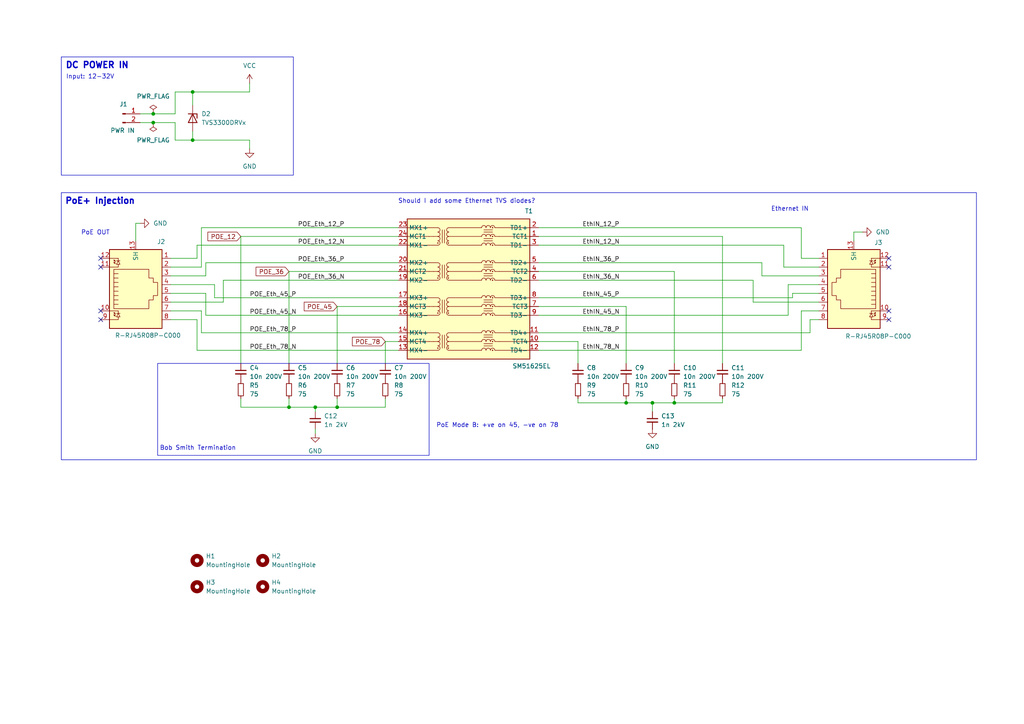
<source format=kicad_sch>
(kicad_sch
	(version 20231120)
	(generator "eeschema")
	(generator_version "8.0")
	(uuid "5b7c86f1-6f97-44bb-8a95-97469e96f49d")
	(paper "A4")
	(title_block
		(title "DC Midspan 802.3at PoE Injector")
		(date "2024-08-09")
		(rev "v1.0")
	)
	(lib_symbols
		(symbol "CakeKiCadLib:R-RJ45R08P-C000"
			(exclude_from_sim no)
			(in_bom yes)
			(on_board yes)
			(property "Reference" "J"
				(at -7.62 12.7 0)
				(effects
					(font
						(size 1.27 1.27)
					)
				)
			)
			(property "Value" "R-RJ45R08P-C000"
				(at 11.43 12.7 0)
				(effects
					(font
						(size 1.27 1.27)
					)
				)
			)
			(property "Footprint" "CakeKiCadLib:R-RJ45R08P-C000"
				(at 21.59 21.59 0)
				(effects
					(font
						(size 1.27 1.27)
					)
					(hide yes)
				)
			)
			(property "Datasheet" ""
				(at 1.27 8.89 0)
				(effects
					(font
						(size 1.27 1.27)
					)
					(hide yes)
				)
			)
			(property "Description" "RJ45, Horizontal, Shielded with LED"
				(at 22.86 19.05 0)
				(effects
					(font
						(size 1.27 1.27)
					)
					(hide yes)
				)
			)
			(property "LCSC" "C386757"
				(at 9.652 17.018 0)
				(effects
					(font
						(size 1.27 1.27)
					)
					(hide yes)
				)
			)
			(symbol "R-RJ45R08P-C000_0_1"
				(rectangle
					(start -7.62 11.43)
					(end 7.62 -11.43)
					(stroke
						(width 0.254)
						(type default)
					)
					(fill
						(type background)
					)
				)
				(polyline
					(pts
						(xy -7.62 -8.89) (xy -5.08 -8.89)
					)
					(stroke
						(width 0)
						(type default)
					)
					(fill
						(type none)
					)
				)
				(polyline
					(pts
						(xy -7.62 -6.35) (xy -5.08 -6.35)
					)
					(stroke
						(width 0)
						(type default)
					)
					(fill
						(type none)
					)
				)
				(polyline
					(pts
						(xy -7.62 6.35) (xy -5.08 6.35)
					)
					(stroke
						(width 0)
						(type default)
					)
					(fill
						(type none)
					)
				)
				(polyline
					(pts
						(xy -7.62 8.89) (xy -5.08 8.89)
					)
					(stroke
						(width 0)
						(type default)
					)
					(fill
						(type none)
					)
				)
				(polyline
					(pts
						(xy -6.3462 -8.4227) (xy -6.2192 -8.0417)
					)
					(stroke
						(width 0)
						(type default)
					)
					(fill
						(type none)
					)
				)
				(polyline
					(pts
						(xy -6.3462 -7.7877) (xy -6.2192 -7.4067)
					)
					(stroke
						(width 0)
						(type default)
					)
					(fill
						(type none)
					)
				)
				(polyline
					(pts
						(xy -6.3324 6.8233) (xy -6.2054 7.2043)
					)
					(stroke
						(width 0)
						(type default)
					)
					(fill
						(type none)
					)
				)
				(polyline
					(pts
						(xy -6.3324 7.4583) (xy -6.2054 7.8393)
					)
					(stroke
						(width 0)
						(type default)
					)
					(fill
						(type none)
					)
				)
				(polyline
					(pts
						(xy -5.08 3.175) (xy -6.35 3.175)
					)
					(stroke
						(width 0)
						(type default)
					)
					(fill
						(type none)
					)
				)
				(polyline
					(pts
						(xy -5.08 4.445) (xy -6.35 4.445)
					)
					(stroke
						(width 0)
						(type default)
					)
					(fill
						(type none)
					)
				)
				(polyline
					(pts
						(xy -5.0762 -8.9307) (xy -5.0762 -8.1687)
					)
					(stroke
						(width 0)
						(type default)
					)
					(fill
						(type none)
					)
				)
				(polyline
					(pts
						(xy -5.0762 -6.3907) (xy -5.0762 -7.1527)
					)
					(stroke
						(width 0)
						(type default)
					)
					(fill
						(type none)
					)
				)
				(polyline
					(pts
						(xy -5.0624 6.3153) (xy -5.0624 7.0773)
					)
					(stroke
						(width 0)
						(type default)
					)
					(fill
						(type none)
					)
				)
				(polyline
					(pts
						(xy -5.0624 8.8553) (xy -5.0624 8.0933)
					)
					(stroke
						(width 0)
						(type default)
					)
					(fill
						(type none)
					)
				)
				(polyline
					(pts
						(xy -4.5682 -8.1687) (xy -5.5842 -8.1687)
					)
					(stroke
						(width 0)
						(type default)
					)
					(fill
						(type none)
					)
				)
				(polyline
					(pts
						(xy -4.5544 7.0773) (xy -5.5704 7.0773)
					)
					(stroke
						(width 0)
						(type default)
					)
					(fill
						(type none)
					)
				)
				(polyline
					(pts
						(xy -6.35 -4.445) (xy -5.08 -4.445) (xy -5.08 -4.445)
					)
					(stroke
						(width 0)
						(type default)
					)
					(fill
						(type none)
					)
				)
				(polyline
					(pts
						(xy -6.35 -3.175) (xy -5.08 -3.175) (xy -5.08 -3.175)
					)
					(stroke
						(width 0)
						(type default)
					)
					(fill
						(type none)
					)
				)
				(polyline
					(pts
						(xy -6.35 -1.905) (xy -5.08 -1.905) (xy -5.08 -1.905)
					)
					(stroke
						(width 0)
						(type default)
					)
					(fill
						(type none)
					)
				)
				(polyline
					(pts
						(xy -6.35 -0.635) (xy -5.08 -0.635) (xy -5.08 -0.635)
					)
					(stroke
						(width 0)
						(type default)
					)
					(fill
						(type none)
					)
				)
				(polyline
					(pts
						(xy -6.35 0.635) (xy -5.08 0.635) (xy -5.08 0.635)
					)
					(stroke
						(width 0)
						(type default)
					)
					(fill
						(type none)
					)
				)
				(polyline
					(pts
						(xy -5.8382 -7.9147) (xy -6.3462 -8.4227) (xy -5.9652 -8.2957)
					)
					(stroke
						(width 0)
						(type default)
					)
					(fill
						(type none)
					)
				)
				(polyline
					(pts
						(xy -5.8382 -7.2797) (xy -6.3462 -7.7877) (xy -5.9652 -7.6607)
					)
					(stroke
						(width 0)
						(type default)
					)
					(fill
						(type none)
					)
				)
				(polyline
					(pts
						(xy -5.8244 7.3313) (xy -6.3324 6.8233) (xy -5.9514 6.9503)
					)
					(stroke
						(width 0)
						(type default)
					)
					(fill
						(type none)
					)
				)
				(polyline
					(pts
						(xy -5.8244 7.9663) (xy -6.3324 7.4583) (xy -5.9514 7.5853)
					)
					(stroke
						(width 0)
						(type default)
					)
					(fill
						(type none)
					)
				)
				(polyline
					(pts
						(xy -5.08 1.905) (xy -6.35 1.905) (xy -6.35 1.905)
					)
					(stroke
						(width 0)
						(type default)
					)
					(fill
						(type none)
					)
				)
				(polyline
					(pts
						(xy -5.0762 -8.1687) (xy -4.5682 -7.1527) (xy -5.5842 -7.1527) (xy -5.0762 -8.1687)
					)
					(stroke
						(width 0)
						(type default)
					)
					(fill
						(type none)
					)
				)
				(polyline
					(pts
						(xy -5.0624 7.0773) (xy -4.5544 8.0933) (xy -5.5704 8.0933) (xy -5.0624 7.0773)
					)
					(stroke
						(width 0)
						(type default)
					)
					(fill
						(type none)
					)
				)
				(polyline
					(pts
						(xy -6.35 -5.715) (xy -6.35 5.715) (xy 3.81 5.715) (xy 3.81 3.175) (xy 5.08 3.175) (xy 5.08 1.905)
						(xy 6.35 1.905) (xy 6.35 -1.905) (xy 5.08 -1.905) (xy 5.08 -3.175) (xy 3.81 -3.175) (xy 3.81 -5.715)
						(xy -6.35 -5.715) (xy -6.35 -5.715)
					)
					(stroke
						(width 0)
						(type default)
					)
					(fill
						(type none)
					)
				)
			)
			(symbol "R-RJ45R08P-C000_1_1"
				(pin passive line
					(at 10.16 -8.89 180)
					(length 2.54)
					(name "~"
						(effects
							(font
								(size 1.27 1.27)
							)
						)
					)
					(number "1"
						(effects
							(font
								(size 1.27 1.27)
							)
						)
					)
				)
				(pin passive line
					(at -10.16 6.35 0)
					(length 2.54)
					(name "~"
						(effects
							(font
								(size 1.27 1.27)
							)
						)
					)
					(number "10"
						(effects
							(font
								(size 1.27 1.27)
							)
						)
					)
				)
				(pin passive line
					(at -10.16 -6.35 0)
					(length 2.54)
					(name "~"
						(effects
							(font
								(size 1.27 1.27)
							)
						)
					)
					(number "11"
						(effects
							(font
								(size 1.27 1.27)
							)
						)
					)
				)
				(pin passive line
					(at -10.16 -8.89 0)
					(length 2.54)
					(name "~"
						(effects
							(font
								(size 1.27 1.27)
							)
						)
					)
					(number "12"
						(effects
							(font
								(size 1.27 1.27)
							)
						)
					)
				)
				(pin passive line
					(at 0 -13.97 90)
					(length 2.54)
					(name "SH"
						(effects
							(font
								(size 1.27 1.27)
							)
						)
					)
					(number "13"
						(effects
							(font
								(size 1.27 1.27)
							)
						)
					)
				)
				(pin passive line
					(at 10.16 -6.35 180)
					(length 2.54)
					(name "~"
						(effects
							(font
								(size 1.27 1.27)
							)
						)
					)
					(number "2"
						(effects
							(font
								(size 1.27 1.27)
							)
						)
					)
				)
				(pin passive line
					(at 10.16 -3.81 180)
					(length 2.54)
					(name "~"
						(effects
							(font
								(size 1.27 1.27)
							)
						)
					)
					(number "3"
						(effects
							(font
								(size 1.27 1.27)
							)
						)
					)
				)
				(pin passive line
					(at 10.16 -1.27 180)
					(length 2.54)
					(name "~"
						(effects
							(font
								(size 1.27 1.27)
							)
						)
					)
					(number "4"
						(effects
							(font
								(size 1.27 1.27)
							)
						)
					)
				)
				(pin passive line
					(at 10.16 1.27 180)
					(length 2.54)
					(name "~"
						(effects
							(font
								(size 1.27 1.27)
							)
						)
					)
					(number "5"
						(effects
							(font
								(size 1.27 1.27)
							)
						)
					)
				)
				(pin passive line
					(at 10.16 3.81 180)
					(length 2.54)
					(name "~"
						(effects
							(font
								(size 1.27 1.27)
							)
						)
					)
					(number "6"
						(effects
							(font
								(size 1.27 1.27)
							)
						)
					)
				)
				(pin passive line
					(at 10.16 6.35 180)
					(length 2.54)
					(name "~"
						(effects
							(font
								(size 1.27 1.27)
							)
						)
					)
					(number "7"
						(effects
							(font
								(size 1.27 1.27)
							)
						)
					)
				)
				(pin passive line
					(at 10.16 8.89 180)
					(length 2.54)
					(name "~"
						(effects
							(font
								(size 1.27 1.27)
							)
						)
					)
					(number "8"
						(effects
							(font
								(size 1.27 1.27)
							)
						)
					)
				)
				(pin passive line
					(at -10.16 8.89 0)
					(length 2.54)
					(name "~"
						(effects
							(font
								(size 1.27 1.27)
							)
						)
					)
					(number "9"
						(effects
							(font
								(size 1.27 1.27)
							)
						)
					)
				)
			)
		)
		(symbol "CakeKiCadLib:SM51625EL"
			(exclude_from_sim no)
			(in_bom yes)
			(on_board yes)
			(property "Reference" "T"
				(at -19.304 22.86 0)
				(effects
					(font
						(size 1.27 1.27)
					)
					(justify left top)
				)
			)
			(property "Value" "SM51625EL"
				(at 16.764 23.114 0)
				(effects
					(font
						(size 1.27 1.27)
					)
					(justify left top)
				)
			)
			(property "Footprint" "CakeKiCadLib:SM51625EL"
				(at 26.162 36.068 0)
				(effects
					(font
						(size 1.27 1.27)
					)
					(justify left top)
					(hide yes)
				)
			)
			(property "Datasheet" "https://www.bourns.com/docs/product-datasheets/sm51625el.pdf"
				(at 29.21 -194.92 0)
				(effects
					(font
						(size 1.27 1.27)
					)
					(justify left top)
					(hide yes)
				)
			)
			(property "Description" "LAN 10/100/1000 Base-T (PoE++) Transformer"
				(at 50.292 33.02 0)
				(effects
					(font
						(size 1.27 1.27)
					)
					(hide yes)
				)
			)
			(property "Height" "6.25"
				(at 29.21 -394.92 0)
				(effects
					(font
						(size 1.27 1.27)
					)
					(justify left top)
					(hide yes)
				)
			)
			(property "Manufacturer_Name" "Bourns"
				(at 29.21 -494.92 0)
				(effects
					(font
						(size 1.27 1.27)
					)
					(justify left top)
					(hide yes)
				)
			)
			(property "Manufacturer_Part_Number" "SM51625EL"
				(at 29.21 -594.92 0)
				(effects
					(font
						(size 1.27 1.27)
					)
					(justify left top)
					(hide yes)
				)
			)
			(property "Mouser Part Number" "652-SM51625EL"
				(at 29.21 -694.92 0)
				(effects
					(font
						(size 1.27 1.27)
					)
					(justify left top)
					(hide yes)
				)
			)
			(property "Mouser Price/Stock" "https://www.mouser.co.uk/ProductDetail/Bourns/SM51625EL?qs=1Fv0GIFcFssHdQX2RAfKzg%3D%3D"
				(at 29.21 -794.92 0)
				(effects
					(font
						(size 1.27 1.27)
					)
					(justify left top)
					(hide yes)
				)
			)
			(property "Arrow Part Number" "SM51625EL"
				(at 29.21 -894.92 0)
				(effects
					(font
						(size 1.27 1.27)
					)
					(justify left top)
					(hide yes)
				)
			)
			(property "Arrow Price/Stock" "https://www.arrow.com/en/products/sm51625el/bourns?region=nac"
				(at 29.21 -994.92 0)
				(effects
					(font
						(size 1.27 1.27)
					)
					(justify left top)
					(hide yes)
				)
			)
			(property "LCSC" "C5357757"
				(at 31.496 30.226 0)
				(effects
					(font
						(size 1.27 1.27)
					)
					(hide yes)
				)
			)
			(symbol "SM51625EL_0_1"
				(rectangle
					(start -17.78 20.32)
					(end 17.78 -20.32)
					(stroke
						(width 0.254)
						(type default)
					)
					(fill
						(type background)
					)
				)
				(polyline
					(pts
						(xy -17.78 17.78) (xy -8.89 17.78)
					)
					(stroke
						(width 0)
						(type default)
					)
					(fill
						(type none)
					)
				)
				(polyline
					(pts
						(xy -8.89 -17.78) (xy -17.78 -17.78)
					)
					(stroke
						(width 0)
						(type default)
					)
					(fill
						(type none)
					)
				)
				(polyline
					(pts
						(xy -8.89 -15.24) (xy -17.78 -15.24)
					)
					(stroke
						(width 0)
						(type default)
					)
					(fill
						(type none)
					)
				)
				(polyline
					(pts
						(xy -8.89 -12.7) (xy -17.78 -12.7)
					)
					(stroke
						(width 0)
						(type default)
					)
					(fill
						(type none)
					)
				)
				(polyline
					(pts
						(xy -8.89 -7.62) (xy -17.78 -7.62)
					)
					(stroke
						(width 0)
						(type default)
					)
					(fill
						(type none)
					)
				)
				(polyline
					(pts
						(xy -8.89 -5.08) (xy -17.78 -5.08)
					)
					(stroke
						(width 0)
						(type default)
					)
					(fill
						(type none)
					)
				)
				(polyline
					(pts
						(xy -8.89 -2.54) (xy -17.78 -2.54)
					)
					(stroke
						(width 0)
						(type default)
					)
					(fill
						(type none)
					)
				)
				(polyline
					(pts
						(xy -8.89 2.54) (xy -17.78 2.54)
					)
					(stroke
						(width 0)
						(type default)
					)
					(fill
						(type none)
					)
				)
				(polyline
					(pts
						(xy -8.89 5.08) (xy -17.78 5.08)
					)
					(stroke
						(width 0)
						(type default)
					)
					(fill
						(type none)
					)
				)
				(polyline
					(pts
						(xy -8.89 7.62) (xy -17.78 7.62)
					)
					(stroke
						(width 0)
						(type default)
					)
					(fill
						(type none)
					)
				)
				(polyline
					(pts
						(xy -8.89 12.7) (xy -17.78 12.7)
					)
					(stroke
						(width 0)
						(type default)
					)
					(fill
						(type none)
					)
				)
				(polyline
					(pts
						(xy -8.89 15.24) (xy -17.78 15.24)
					)
					(stroke
						(width 0)
						(type default)
					)
					(fill
						(type none)
					)
				)
				(polyline
					(pts
						(xy 11.43 -17.78) (xy 10.16 -17.78)
					)
					(stroke
						(width 0)
						(type default)
					)
					(fill
						(type none)
					)
				)
				(polyline
					(pts
						(xy 11.43 -17.78) (xy 17.78 -17.78)
					)
					(stroke
						(width 0)
						(type default)
					)
					(fill
						(type none)
					)
				)
				(polyline
					(pts
						(xy 11.43 -15.24) (xy 10.16 -15.24)
					)
					(stroke
						(width 0)
						(type default)
					)
					(fill
						(type none)
					)
				)
				(polyline
					(pts
						(xy 11.43 -15.24) (xy 17.78 -15.24)
					)
					(stroke
						(width 0)
						(type default)
					)
					(fill
						(type none)
					)
				)
				(polyline
					(pts
						(xy 11.43 -12.7) (xy 10.16 -12.7)
					)
					(stroke
						(width 0)
						(type default)
					)
					(fill
						(type none)
					)
				)
				(polyline
					(pts
						(xy 11.43 -12.7) (xy 17.78 -12.7)
					)
					(stroke
						(width 0)
						(type default)
					)
					(fill
						(type none)
					)
				)
				(polyline
					(pts
						(xy 11.43 -7.62) (xy 17.78 -7.62)
					)
					(stroke
						(width 0)
						(type default)
					)
					(fill
						(type none)
					)
				)
				(polyline
					(pts
						(xy 11.43 -5.08) (xy 17.78 -5.08)
					)
					(stroke
						(width 0)
						(type default)
					)
					(fill
						(type none)
					)
				)
				(polyline
					(pts
						(xy 11.43 -2.54) (xy 17.78 -2.54)
					)
					(stroke
						(width 0)
						(type default)
					)
					(fill
						(type none)
					)
				)
				(polyline
					(pts
						(xy 11.43 2.54) (xy 17.78 2.54)
					)
					(stroke
						(width 0)
						(type default)
					)
					(fill
						(type none)
					)
				)
				(polyline
					(pts
						(xy 11.43 5.08) (xy 17.78 5.08)
					)
					(stroke
						(width 0)
						(type default)
					)
					(fill
						(type none)
					)
				)
				(polyline
					(pts
						(xy 11.43 7.62) (xy 17.78 7.62)
					)
					(stroke
						(width 0)
						(type default)
					)
					(fill
						(type none)
					)
				)
				(polyline
					(pts
						(xy 11.43 12.7) (xy 17.78 12.7)
					)
					(stroke
						(width 0)
						(type default)
					)
					(fill
						(type none)
					)
				)
				(polyline
					(pts
						(xy 11.43 15.24) (xy 17.78 15.24)
					)
					(stroke
						(width 0)
						(type default)
					)
					(fill
						(type none)
					)
				)
				(polyline
					(pts
						(xy 11.43 17.78) (xy 17.78 17.78)
					)
					(stroke
						(width 0)
						(type default)
					)
					(fill
						(type none)
					)
				)
			)
			(symbol "SM51625EL_1_1"
				(circle
					(center -6.985 -17.78)
					(radius 0.127)
					(stroke
						(width 0)
						(type default)
					)
					(fill
						(type none)
					)
				)
				(circle
					(center -6.985 -15.24)
					(radius 0.127)
					(stroke
						(width 0)
						(type default)
					)
					(fill
						(type none)
					)
				)
				(circle
					(center -6.985 -12.7)
					(radius 0.127)
					(stroke
						(width 0)
						(type default)
					)
					(fill
						(type none)
					)
				)
				(circle
					(center -6.985 -7.62)
					(radius 0.127)
					(stroke
						(width 0)
						(type default)
					)
					(fill
						(type none)
					)
				)
				(circle
					(center -6.985 -5.08)
					(radius 0.127)
					(stroke
						(width 0)
						(type default)
					)
					(fill
						(type none)
					)
				)
				(circle
					(center -6.985 -2.54)
					(radius 0.127)
					(stroke
						(width 0)
						(type default)
					)
					(fill
						(type none)
					)
				)
				(circle
					(center -6.985 2.54)
					(radius 0.127)
					(stroke
						(width 0)
						(type default)
					)
					(fill
						(type none)
					)
				)
				(circle
					(center -6.985 5.08)
					(radius 0.127)
					(stroke
						(width 0)
						(type default)
					)
					(fill
						(type none)
					)
				)
				(circle
					(center -6.985 7.62)
					(radius 0.127)
					(stroke
						(width 0)
						(type default)
					)
					(fill
						(type none)
					)
				)
				(circle
					(center -6.985 12.7)
					(radius 0.127)
					(stroke
						(width 0)
						(type default)
					)
					(fill
						(type none)
					)
				)
				(circle
					(center -6.985 15.24)
					(radius 0.127)
					(stroke
						(width 0)
						(type default)
					)
					(fill
						(type none)
					)
				)
				(circle
					(center -6.985 17.78)
					(radius 0.127)
					(stroke
						(width 0)
						(type default)
					)
					(fill
						(type none)
					)
				)
				(arc
					(start -6.35 -17.78)
					(mid -6.985 -17.1477)
					(end -7.62 -17.78)
					(stroke
						(width 0)
						(type default)
					)
					(fill
						(type none)
					)
				)
				(arc
					(start -6.35 -15.24)
					(mid -6.985 -14.6077)
					(end -7.62 -15.24)
					(stroke
						(width 0)
						(type default)
					)
					(fill
						(type none)
					)
				)
				(arc
					(start -6.35 -12.7)
					(mid -6.985 -12.0677)
					(end -7.62 -12.7)
					(stroke
						(width 0)
						(type default)
					)
					(fill
						(type none)
					)
				)
				(arc
					(start -6.35 -7.62)
					(mid -6.985 -6.9877)
					(end -7.62 -7.62)
					(stroke
						(width 0)
						(type default)
					)
					(fill
						(type none)
					)
				)
				(arc
					(start -6.35 -5.08)
					(mid -6.985 -4.4477)
					(end -7.62 -5.08)
					(stroke
						(width 0)
						(type default)
					)
					(fill
						(type none)
					)
				)
				(arc
					(start -6.35 -2.54)
					(mid -6.985 -1.9077)
					(end -7.62 -2.54)
					(stroke
						(width 0)
						(type default)
					)
					(fill
						(type none)
					)
				)
				(arc
					(start -6.35 2.54)
					(mid -6.985 3.1723)
					(end -7.62 2.54)
					(stroke
						(width 0)
						(type default)
					)
					(fill
						(type none)
					)
				)
				(arc
					(start -6.35 5.08)
					(mid -6.985 5.7123)
					(end -7.62 5.08)
					(stroke
						(width 0)
						(type default)
					)
					(fill
						(type none)
					)
				)
				(arc
					(start -6.35 7.62)
					(mid -6.985 8.2523)
					(end -7.62 7.62)
					(stroke
						(width 0)
						(type default)
					)
					(fill
						(type none)
					)
				)
				(arc
					(start -6.35 12.7)
					(mid -6.985 13.3323)
					(end -7.62 12.7)
					(stroke
						(width 0)
						(type default)
					)
					(fill
						(type none)
					)
				)
				(arc
					(start -6.35 15.24)
					(mid -6.985 15.8723)
					(end -7.62 15.24)
					(stroke
						(width 0)
						(type default)
					)
					(fill
						(type none)
					)
				)
				(arc
					(start -6.35 17.78)
					(mid -6.985 18.4123)
					(end -7.62 17.78)
					(stroke
						(width 0)
						(type default)
					)
					(fill
						(type none)
					)
				)
				(arc
					(start -5.08 -17.78)
					(mid -5.715 -17.1477)
					(end -6.35 -17.78)
					(stroke
						(width 0)
						(type default)
					)
					(fill
						(type none)
					)
				)
				(arc
					(start -5.08 -15.24)
					(mid -5.715 -14.6077)
					(end -6.35 -15.24)
					(stroke
						(width 0)
						(type default)
					)
					(fill
						(type none)
					)
				)
				(arc
					(start -5.08 -12.7)
					(mid -5.715 -12.0677)
					(end -6.35 -12.7)
					(stroke
						(width 0)
						(type default)
					)
					(fill
						(type none)
					)
				)
				(arc
					(start -5.08 -7.62)
					(mid -5.715 -6.9877)
					(end -6.35 -7.62)
					(stroke
						(width 0)
						(type default)
					)
					(fill
						(type none)
					)
				)
				(arc
					(start -5.08 -5.08)
					(mid -5.715 -4.4477)
					(end -6.35 -5.08)
					(stroke
						(width 0)
						(type default)
					)
					(fill
						(type none)
					)
				)
				(arc
					(start -5.08 -2.54)
					(mid -5.715 -1.9077)
					(end -6.35 -2.54)
					(stroke
						(width 0)
						(type default)
					)
					(fill
						(type none)
					)
				)
				(arc
					(start -5.08 2.54)
					(mid -5.715 3.1723)
					(end -6.35 2.54)
					(stroke
						(width 0)
						(type default)
					)
					(fill
						(type none)
					)
				)
				(arc
					(start -5.08 5.08)
					(mid -5.715 5.7123)
					(end -6.35 5.08)
					(stroke
						(width 0)
						(type default)
					)
					(fill
						(type none)
					)
				)
				(arc
					(start -5.08 7.62)
					(mid -5.715 8.2523)
					(end -6.35 7.62)
					(stroke
						(width 0)
						(type default)
					)
					(fill
						(type none)
					)
				)
				(arc
					(start -5.08 12.7)
					(mid -5.715 13.3323)
					(end -6.35 12.7)
					(stroke
						(width 0)
						(type default)
					)
					(fill
						(type none)
					)
				)
				(arc
					(start -5.08 15.24)
					(mid -5.715 15.8723)
					(end -6.35 15.24)
					(stroke
						(width 0)
						(type default)
					)
					(fill
						(type none)
					)
				)
				(arc
					(start -5.08 17.78)
					(mid -5.715 18.4123)
					(end -6.35 17.78)
					(stroke
						(width 0)
						(type default)
					)
					(fill
						(type none)
					)
				)
				(arc
					(start -3.81 -17.78)
					(mid -4.445 -17.1477)
					(end -5.08 -17.78)
					(stroke
						(width 0)
						(type default)
					)
					(fill
						(type none)
					)
				)
				(arc
					(start -3.81 -15.24)
					(mid -4.445 -14.6077)
					(end -5.08 -15.24)
					(stroke
						(width 0)
						(type default)
					)
					(fill
						(type none)
					)
				)
				(arc
					(start -3.81 -12.7)
					(mid -4.445 -12.0677)
					(end -5.08 -12.7)
					(stroke
						(width 0)
						(type default)
					)
					(fill
						(type none)
					)
				)
				(arc
					(start -3.81 -7.62)
					(mid -4.445 -6.9877)
					(end -5.08 -7.62)
					(stroke
						(width 0)
						(type default)
					)
					(fill
						(type none)
					)
				)
				(arc
					(start -3.81 -5.08)
					(mid -4.445 -4.4477)
					(end -5.08 -5.08)
					(stroke
						(width 0)
						(type default)
					)
					(fill
						(type none)
					)
				)
				(arc
					(start -3.81 -2.54)
					(mid -4.445 -1.9077)
					(end -5.08 -2.54)
					(stroke
						(width 0)
						(type default)
					)
					(fill
						(type none)
					)
				)
				(arc
					(start -3.81 2.54)
					(mid -4.445 3.1723)
					(end -5.08 2.54)
					(stroke
						(width 0)
						(type default)
					)
					(fill
						(type none)
					)
				)
				(arc
					(start -3.81 5.08)
					(mid -4.445 5.7123)
					(end -5.08 5.08)
					(stroke
						(width 0)
						(type default)
					)
					(fill
						(type none)
					)
				)
				(arc
					(start -3.81 7.62)
					(mid -4.445 8.2523)
					(end -5.08 7.62)
					(stroke
						(width 0)
						(type default)
					)
					(fill
						(type none)
					)
				)
				(arc
					(start -3.81 12.7)
					(mid -4.445 13.3323)
					(end -5.08 12.7)
					(stroke
						(width 0)
						(type default)
					)
					(fill
						(type none)
					)
				)
				(arc
					(start -3.81 15.24)
					(mid -4.445 15.8723)
					(end -5.08 15.24)
					(stroke
						(width 0)
						(type default)
					)
					(fill
						(type none)
					)
				)
				(arc
					(start -3.81 17.78)
					(mid -4.445 18.4123)
					(end -5.08 17.78)
					(stroke
						(width 0)
						(type default)
					)
					(fill
						(type none)
					)
				)
				(polyline
					(pts
						(xy -8.89 -17.78) (xy -7.62 -17.78)
					)
					(stroke
						(width 0)
						(type default)
					)
					(fill
						(type none)
					)
				)
				(polyline
					(pts
						(xy -8.89 -15.24) (xy -7.62 -15.24)
					)
					(stroke
						(width 0)
						(type default)
					)
					(fill
						(type none)
					)
				)
				(polyline
					(pts
						(xy -8.89 -12.7) (xy -7.62 -12.7)
					)
					(stroke
						(width 0)
						(type default)
					)
					(fill
						(type none)
					)
				)
				(polyline
					(pts
						(xy -8.89 -7.62) (xy -7.62 -7.62)
					)
					(stroke
						(width 0)
						(type default)
					)
					(fill
						(type none)
					)
				)
				(polyline
					(pts
						(xy -8.89 -5.08) (xy -7.62 -5.08)
					)
					(stroke
						(width 0)
						(type default)
					)
					(fill
						(type none)
					)
				)
				(polyline
					(pts
						(xy -8.89 -2.54) (xy -7.62 -2.54)
					)
					(stroke
						(width 0)
						(type default)
					)
					(fill
						(type none)
					)
				)
				(polyline
					(pts
						(xy -8.89 2.54) (xy -7.62 2.54)
					)
					(stroke
						(width 0)
						(type default)
					)
					(fill
						(type none)
					)
				)
				(polyline
					(pts
						(xy -8.89 5.08) (xy -7.62 5.08)
					)
					(stroke
						(width 0)
						(type default)
					)
					(fill
						(type none)
					)
				)
				(polyline
					(pts
						(xy -8.89 7.62) (xy -7.62 7.62)
					)
					(stroke
						(width 0)
						(type default)
					)
					(fill
						(type none)
					)
				)
				(polyline
					(pts
						(xy -8.89 12.7) (xy -7.62 12.7)
					)
					(stroke
						(width 0)
						(type default)
					)
					(fill
						(type none)
					)
				)
				(polyline
					(pts
						(xy -8.89 15.24) (xy -7.62 15.24)
					)
					(stroke
						(width 0)
						(type default)
					)
					(fill
						(type none)
					)
				)
				(polyline
					(pts
						(xy -8.89 17.78) (xy -7.62 17.78)
					)
					(stroke
						(width 0)
						(type default)
					)
					(fill
						(type none)
					)
				)
				(polyline
					(pts
						(xy -6.985 -16.51) (xy -4.445 -16.51)
					)
					(stroke
						(width 0)
						(type default)
					)
					(fill
						(type none)
					)
				)
				(polyline
					(pts
						(xy -6.985 -15.875) (xy -4.445 -15.875)
					)
					(stroke
						(width 0)
						(type default)
					)
					(fill
						(type none)
					)
				)
				(polyline
					(pts
						(xy -6.985 -13.97) (xy -4.445 -13.97)
					)
					(stroke
						(width 0)
						(type default)
					)
					(fill
						(type none)
					)
				)
				(polyline
					(pts
						(xy -6.985 -13.335) (xy -4.445 -13.335)
					)
					(stroke
						(width 0)
						(type default)
					)
					(fill
						(type none)
					)
				)
				(polyline
					(pts
						(xy -6.985 -6.35) (xy -4.445 -6.35)
					)
					(stroke
						(width 0)
						(type default)
					)
					(fill
						(type none)
					)
				)
				(polyline
					(pts
						(xy -6.985 -5.715) (xy -4.445 -5.715)
					)
					(stroke
						(width 0)
						(type default)
					)
					(fill
						(type none)
					)
				)
				(polyline
					(pts
						(xy -6.985 -3.81) (xy -4.445 -3.81)
					)
					(stroke
						(width 0)
						(type default)
					)
					(fill
						(type none)
					)
				)
				(polyline
					(pts
						(xy -6.985 -3.175) (xy -4.445 -3.175)
					)
					(stroke
						(width 0)
						(type default)
					)
					(fill
						(type none)
					)
				)
				(polyline
					(pts
						(xy -6.985 3.81) (xy -4.445 3.81)
					)
					(stroke
						(width 0)
						(type default)
					)
					(fill
						(type none)
					)
				)
				(polyline
					(pts
						(xy -6.985 4.445) (xy -4.445 4.445)
					)
					(stroke
						(width 0)
						(type default)
					)
					(fill
						(type none)
					)
				)
				(polyline
					(pts
						(xy -6.985 6.35) (xy -4.445 6.35)
					)
					(stroke
						(width 0)
						(type default)
					)
					(fill
						(type none)
					)
				)
				(polyline
					(pts
						(xy -6.985 6.985) (xy -4.445 6.985)
					)
					(stroke
						(width 0)
						(type default)
					)
					(fill
						(type none)
					)
				)
				(polyline
					(pts
						(xy -6.985 13.97) (xy -4.445 13.97)
					)
					(stroke
						(width 0)
						(type default)
					)
					(fill
						(type none)
					)
				)
				(polyline
					(pts
						(xy -6.985 14.605) (xy -4.445 14.605)
					)
					(stroke
						(width 0)
						(type default)
					)
					(fill
						(type none)
					)
				)
				(polyline
					(pts
						(xy -6.985 16.51) (xy -4.445 16.51)
					)
					(stroke
						(width 0)
						(type default)
					)
					(fill
						(type none)
					)
				)
				(polyline
					(pts
						(xy -6.985 17.145) (xy -4.445 17.145)
					)
					(stroke
						(width 0)
						(type default)
					)
					(fill
						(type none)
					)
				)
				(polyline
					(pts
						(xy -3.81 -17.78) (xy 5.715 -17.78)
					)
					(stroke
						(width 0)
						(type default)
					)
					(fill
						(type none)
					)
				)
				(polyline
					(pts
						(xy -3.81 -15.24) (xy 5.715 -15.24)
					)
					(stroke
						(width 0)
						(type default)
					)
					(fill
						(type none)
					)
				)
				(polyline
					(pts
						(xy -3.81 -12.7) (xy 5.715 -12.7)
					)
					(stroke
						(width 0)
						(type default)
					)
					(fill
						(type none)
					)
				)
				(polyline
					(pts
						(xy -3.81 -7.62) (xy 5.715 -7.62)
					)
					(stroke
						(width 0)
						(type default)
					)
					(fill
						(type none)
					)
				)
				(polyline
					(pts
						(xy -3.81 -5.08) (xy 5.715 -5.08)
					)
					(stroke
						(width 0)
						(type default)
					)
					(fill
						(type none)
					)
				)
				(polyline
					(pts
						(xy -3.81 -2.54) (xy 5.715 -2.54)
					)
					(stroke
						(width 0)
						(type default)
					)
					(fill
						(type none)
					)
				)
				(polyline
					(pts
						(xy -3.81 2.54) (xy 5.715 2.54)
					)
					(stroke
						(width 0)
						(type default)
					)
					(fill
						(type none)
					)
				)
				(polyline
					(pts
						(xy -3.81 5.08) (xy 5.715 5.08)
					)
					(stroke
						(width 0)
						(type default)
					)
					(fill
						(type none)
					)
				)
				(polyline
					(pts
						(xy -3.81 7.62) (xy 5.715 7.62)
					)
					(stroke
						(width 0)
						(type default)
					)
					(fill
						(type none)
					)
				)
				(polyline
					(pts
						(xy -3.81 12.7) (xy 5.715 12.7)
					)
					(stroke
						(width 0)
						(type default)
					)
					(fill
						(type none)
					)
				)
				(polyline
					(pts
						(xy -3.81 15.24) (xy 5.715 15.24)
					)
					(stroke
						(width 0)
						(type default)
					)
					(fill
						(type none)
					)
				)
				(polyline
					(pts
						(xy -3.81 17.78) (xy 5.715 17.78)
					)
					(stroke
						(width 0)
						(type default)
					)
					(fill
						(type none)
					)
				)
				(polyline
					(pts
						(xy 6.985 -13.335) (xy 6.985 -17.145)
					)
					(stroke
						(width 0)
						(type default)
					)
					(fill
						(type none)
					)
				)
				(polyline
					(pts
						(xy 6.985 -3.175) (xy 6.985 -6.985)
					)
					(stroke
						(width 0)
						(type default)
					)
					(fill
						(type none)
					)
				)
				(polyline
					(pts
						(xy 6.985 6.985) (xy 6.985 3.175)
					)
					(stroke
						(width 0)
						(type default)
					)
					(fill
						(type none)
					)
				)
				(polyline
					(pts
						(xy 6.985 17.145) (xy 6.985 13.335)
					)
					(stroke
						(width 0)
						(type default)
					)
					(fill
						(type none)
					)
				)
				(polyline
					(pts
						(xy 7.62 -13.335) (xy 7.62 -17.145)
					)
					(stroke
						(width 0)
						(type default)
					)
					(fill
						(type none)
					)
				)
				(polyline
					(pts
						(xy 7.62 -3.175) (xy 7.62 -6.985)
					)
					(stroke
						(width 0)
						(type default)
					)
					(fill
						(type none)
					)
				)
				(polyline
					(pts
						(xy 7.62 6.985) (xy 7.62 3.175)
					)
					(stroke
						(width 0)
						(type default)
					)
					(fill
						(type none)
					)
				)
				(polyline
					(pts
						(xy 7.62 17.145) (xy 7.62 13.335)
					)
					(stroke
						(width 0)
						(type default)
					)
					(fill
						(type none)
					)
				)
				(polyline
					(pts
						(xy 10.16 -17.78) (xy 8.89 -17.78)
					)
					(stroke
						(width 0)
						(type default)
					)
					(fill
						(type none)
					)
				)
				(polyline
					(pts
						(xy 10.16 -15.24) (xy 8.89 -15.24)
					)
					(stroke
						(width 0)
						(type default)
					)
					(fill
						(type none)
					)
				)
				(polyline
					(pts
						(xy 10.16 -12.7) (xy 8.89 -12.7)
					)
					(stroke
						(width 0)
						(type default)
					)
					(fill
						(type none)
					)
				)
				(polyline
					(pts
						(xy 10.16 -7.62) (xy 8.89 -7.62)
					)
					(stroke
						(width 0)
						(type default)
					)
					(fill
						(type none)
					)
				)
				(polyline
					(pts
						(xy 10.16 -5.08) (xy 8.89 -5.08)
					)
					(stroke
						(width 0)
						(type default)
					)
					(fill
						(type none)
					)
				)
				(polyline
					(pts
						(xy 10.16 -2.54) (xy 8.89 -2.54)
					)
					(stroke
						(width 0)
						(type default)
					)
					(fill
						(type none)
					)
				)
				(polyline
					(pts
						(xy 10.16 2.54) (xy 8.89 2.54)
					)
					(stroke
						(width 0)
						(type default)
					)
					(fill
						(type none)
					)
				)
				(polyline
					(pts
						(xy 10.16 5.08) (xy 8.89 5.08)
					)
					(stroke
						(width 0)
						(type default)
					)
					(fill
						(type none)
					)
				)
				(polyline
					(pts
						(xy 10.16 7.62) (xy 8.89 7.62)
					)
					(stroke
						(width 0)
						(type default)
					)
					(fill
						(type none)
					)
				)
				(polyline
					(pts
						(xy 10.16 12.7) (xy 8.89 12.7)
					)
					(stroke
						(width 0)
						(type default)
					)
					(fill
						(type none)
					)
				)
				(polyline
					(pts
						(xy 10.16 15.24) (xy 8.89 15.24)
					)
					(stroke
						(width 0)
						(type default)
					)
					(fill
						(type none)
					)
				)
				(polyline
					(pts
						(xy 10.16 17.78) (xy 8.89 17.78)
					)
					(stroke
						(width 0)
						(type default)
					)
					(fill
						(type none)
					)
				)
				(polyline
					(pts
						(xy 11.43 -7.62) (xy 10.16 -7.62)
					)
					(stroke
						(width 0)
						(type default)
					)
					(fill
						(type none)
					)
				)
				(polyline
					(pts
						(xy 11.43 -5.08) (xy 10.16 -5.08)
					)
					(stroke
						(width 0)
						(type default)
					)
					(fill
						(type none)
					)
				)
				(polyline
					(pts
						(xy 11.43 -2.54) (xy 10.16 -2.54)
					)
					(stroke
						(width 0)
						(type default)
					)
					(fill
						(type none)
					)
				)
				(polyline
					(pts
						(xy 11.43 2.54) (xy 10.16 2.54)
					)
					(stroke
						(width 0)
						(type default)
					)
					(fill
						(type none)
					)
				)
				(polyline
					(pts
						(xy 11.43 5.08) (xy 10.16 5.08)
					)
					(stroke
						(width 0)
						(type default)
					)
					(fill
						(type none)
					)
				)
				(polyline
					(pts
						(xy 11.43 7.62) (xy 10.16 7.62)
					)
					(stroke
						(width 0)
						(type default)
					)
					(fill
						(type none)
					)
				)
				(polyline
					(pts
						(xy 11.43 12.7) (xy 10.16 12.7)
					)
					(stroke
						(width 0)
						(type default)
					)
					(fill
						(type none)
					)
				)
				(polyline
					(pts
						(xy 11.43 15.24) (xy 10.16 15.24)
					)
					(stroke
						(width 0)
						(type default)
					)
					(fill
						(type none)
					)
				)
				(polyline
					(pts
						(xy 11.43 17.78) (xy 10.16 17.78)
					)
					(stroke
						(width 0)
						(type default)
					)
					(fill
						(type none)
					)
				)
				(arc
					(start 5.715 -17.78)
					(mid 6.347 -17.145)
					(end 5.715 -16.51)
					(stroke
						(width 0)
						(type default)
					)
					(fill
						(type none)
					)
				)
				(arc
					(start 5.715 -16.51)
					(mid 6.347 -15.875)
					(end 5.715 -15.24)
					(stroke
						(width 0)
						(type default)
					)
					(fill
						(type none)
					)
				)
				(arc
					(start 5.715 -15.24)
					(mid 6.347 -14.605)
					(end 5.715 -13.97)
					(stroke
						(width 0)
						(type default)
					)
					(fill
						(type none)
					)
				)
				(arc
					(start 5.715 -13.97)
					(mid 6.347 -13.335)
					(end 5.715 -12.7)
					(stroke
						(width 0)
						(type default)
					)
					(fill
						(type none)
					)
				)
				(arc
					(start 5.715 -7.62)
					(mid 6.347 -6.985)
					(end 5.715 -6.35)
					(stroke
						(width 0)
						(type default)
					)
					(fill
						(type none)
					)
				)
				(arc
					(start 5.715 -6.35)
					(mid 6.347 -5.715)
					(end 5.715 -5.08)
					(stroke
						(width 0)
						(type default)
					)
					(fill
						(type none)
					)
				)
				(arc
					(start 5.715 -5.08)
					(mid 6.347 -4.445)
					(end 5.715 -3.81)
					(stroke
						(width 0)
						(type default)
					)
					(fill
						(type none)
					)
				)
				(arc
					(start 5.715 -3.81)
					(mid 6.347 -3.175)
					(end 5.715 -2.54)
					(stroke
						(width 0)
						(type default)
					)
					(fill
						(type none)
					)
				)
				(arc
					(start 5.715 2.54)
					(mid 6.347 3.175)
					(end 5.715 3.81)
					(stroke
						(width 0)
						(type default)
					)
					(fill
						(type none)
					)
				)
				(arc
					(start 5.715 3.81)
					(mid 6.347 4.445)
					(end 5.715 5.08)
					(stroke
						(width 0)
						(type default)
					)
					(fill
						(type none)
					)
				)
				(arc
					(start 5.715 5.08)
					(mid 6.347 5.715)
					(end 5.715 6.35)
					(stroke
						(width 0)
						(type default)
					)
					(fill
						(type none)
					)
				)
				(arc
					(start 5.715 6.35)
					(mid 6.347 6.985)
					(end 5.715 7.62)
					(stroke
						(width 0)
						(type default)
					)
					(fill
						(type none)
					)
				)
				(arc
					(start 5.715 12.7)
					(mid 6.347 13.335)
					(end 5.715 13.97)
					(stroke
						(width 0)
						(type default)
					)
					(fill
						(type none)
					)
				)
				(arc
					(start 5.715 13.97)
					(mid 6.347 14.605)
					(end 5.715 15.24)
					(stroke
						(width 0)
						(type default)
					)
					(fill
						(type none)
					)
				)
				(arc
					(start 5.715 15.24)
					(mid 6.347 15.875)
					(end 5.715 16.51)
					(stroke
						(width 0)
						(type default)
					)
					(fill
						(type none)
					)
				)
				(arc
					(start 5.715 16.51)
					(mid 6.347 17.145)
					(end 5.715 17.78)
					(stroke
						(width 0)
						(type default)
					)
					(fill
						(type none)
					)
				)
				(circle
					(center 5.842 -17.145)
					(radius 0.127)
					(stroke
						(width 0)
						(type default)
					)
					(fill
						(type none)
					)
				)
				(circle
					(center 5.842 -6.985)
					(radius 0.127)
					(stroke
						(width 0)
						(type default)
					)
					(fill
						(type none)
					)
				)
				(circle
					(center 5.842 3.175)
					(radius 0.127)
					(stroke
						(width 0)
						(type default)
					)
					(fill
						(type none)
					)
				)
				(circle
					(center 5.842 13.335)
					(radius 0.127)
					(stroke
						(width 0)
						(type default)
					)
					(fill
						(type none)
					)
				)
				(circle
					(center 8.89 -17.145)
					(radius 0.127)
					(stroke
						(width 0)
						(type default)
					)
					(fill
						(type none)
					)
				)
				(arc
					(start 8.89 -16.51)
					(mid 8.258 -17.145)
					(end 8.89 -17.78)
					(stroke
						(width 0)
						(type default)
					)
					(fill
						(type none)
					)
				)
				(arc
					(start 8.89 -15.24)
					(mid 8.258 -15.875)
					(end 8.89 -16.51)
					(stroke
						(width 0)
						(type default)
					)
					(fill
						(type none)
					)
				)
				(arc
					(start 8.89 -13.97)
					(mid 8.258 -14.605)
					(end 8.89 -15.24)
					(stroke
						(width 0)
						(type default)
					)
					(fill
						(type none)
					)
				)
				(arc
					(start 8.89 -12.7)
					(mid 8.258 -13.335)
					(end 8.89 -13.97)
					(stroke
						(width 0)
						(type default)
					)
					(fill
						(type none)
					)
				)
				(circle
					(center 8.89 -6.985)
					(radius 0.127)
					(stroke
						(width 0)
						(type default)
					)
					(fill
						(type none)
					)
				)
				(arc
					(start 8.89 -6.35)
					(mid 8.258 -6.985)
					(end 8.89 -7.62)
					(stroke
						(width 0)
						(type default)
					)
					(fill
						(type none)
					)
				)
				(arc
					(start 8.89 -5.08)
					(mid 8.258 -5.715)
					(end 8.89 -6.35)
					(stroke
						(width 0)
						(type default)
					)
					(fill
						(type none)
					)
				)
				(arc
					(start 8.89 -3.81)
					(mid 8.258 -4.445)
					(end 8.89 -5.08)
					(stroke
						(width 0)
						(type default)
					)
					(fill
						(type none)
					)
				)
				(arc
					(start 8.89 -2.54)
					(mid 8.258 -3.175)
					(end 8.89 -3.81)
					(stroke
						(width 0)
						(type default)
					)
					(fill
						(type none)
					)
				)
				(circle
					(center 8.89 3.175)
					(radius 0.127)
					(stroke
						(width 0)
						(type default)
					)
					(fill
						(type none)
					)
				)
				(arc
					(start 8.89 3.81)
					(mid 8.258 3.175)
					(end 8.89 2.54)
					(stroke
						(width 0)
						(type default)
					)
					(fill
						(type none)
					)
				)
				(arc
					(start 8.89 5.08)
					(mid 8.258 4.445)
					(end 8.89 3.81)
					(stroke
						(width 0)
						(type default)
					)
					(fill
						(type none)
					)
				)
				(arc
					(start 8.89 6.35)
					(mid 8.258 5.715)
					(end 8.89 5.08)
					(stroke
						(width 0)
						(type default)
					)
					(fill
						(type none)
					)
				)
				(arc
					(start 8.89 7.62)
					(mid 8.258 6.985)
					(end 8.89 6.35)
					(stroke
						(width 0)
						(type default)
					)
					(fill
						(type none)
					)
				)
				(circle
					(center 8.89 13.335)
					(radius 0.127)
					(stroke
						(width 0)
						(type default)
					)
					(fill
						(type none)
					)
				)
				(arc
					(start 8.89 13.97)
					(mid 8.258 13.335)
					(end 8.89 12.7)
					(stroke
						(width 0)
						(type default)
					)
					(fill
						(type none)
					)
				)
				(arc
					(start 8.89 15.24)
					(mid 8.258 14.605)
					(end 8.89 13.97)
					(stroke
						(width 0)
						(type default)
					)
					(fill
						(type none)
					)
				)
				(arc
					(start 8.89 16.51)
					(mid 8.258 15.875)
					(end 8.89 15.24)
					(stroke
						(width 0)
						(type default)
					)
					(fill
						(type none)
					)
				)
				(arc
					(start 8.89 17.78)
					(mid 8.258 17.145)
					(end 8.89 16.51)
					(stroke
						(width 0)
						(type default)
					)
					(fill
						(type none)
					)
				)
				(pin passive line
					(at -20.32 15.24 0)
					(length 2.54)
					(name "TCT1"
						(effects
							(font
								(size 1.27 1.27)
							)
						)
					)
					(number "1"
						(effects
							(font
								(size 1.27 1.27)
							)
						)
					)
				)
				(pin passive line
					(at -20.32 -15.24 0)
					(length 2.54)
					(name "TCT4"
						(effects
							(font
								(size 1.27 1.27)
							)
						)
					)
					(number "10"
						(effects
							(font
								(size 1.27 1.27)
							)
						)
					)
				)
				(pin passive line
					(at -20.32 -12.7 0)
					(length 2.54)
					(name "TD4+"
						(effects
							(font
								(size 1.27 1.27)
							)
						)
					)
					(number "11"
						(effects
							(font
								(size 1.27 1.27)
							)
						)
					)
				)
				(pin passive line
					(at -20.32 -17.78 0)
					(length 2.54)
					(name "TD4-"
						(effects
							(font
								(size 1.27 1.27)
							)
						)
					)
					(number "12"
						(effects
							(font
								(size 1.27 1.27)
							)
						)
					)
				)
				(pin passive line
					(at 20.32 -17.78 180)
					(length 2.54)
					(name "MX4-"
						(effects
							(font
								(size 1.27 1.27)
							)
						)
					)
					(number "13"
						(effects
							(font
								(size 1.27 1.27)
							)
						)
					)
				)
				(pin passive line
					(at 20.32 -12.7 180)
					(length 2.54)
					(name "MX4+"
						(effects
							(font
								(size 1.27 1.27)
							)
						)
					)
					(number "14"
						(effects
							(font
								(size 1.27 1.27)
							)
						)
					)
				)
				(pin passive line
					(at 20.32 -15.24 180)
					(length 2.54)
					(name "MCT4"
						(effects
							(font
								(size 1.27 1.27)
							)
						)
					)
					(number "15"
						(effects
							(font
								(size 1.27 1.27)
							)
						)
					)
				)
				(pin passive line
					(at 20.32 -7.62 180)
					(length 2.54)
					(name "MX3-"
						(effects
							(font
								(size 1.27 1.27)
							)
						)
					)
					(number "16"
						(effects
							(font
								(size 1.27 1.27)
							)
						)
					)
				)
				(pin passive line
					(at 20.32 -2.54 180)
					(length 2.54)
					(name "MX3+"
						(effects
							(font
								(size 1.27 1.27)
							)
						)
					)
					(number "17"
						(effects
							(font
								(size 1.27 1.27)
							)
						)
					)
				)
				(pin passive line
					(at 20.32 -5.08 180)
					(length 2.54)
					(name "MCT3"
						(effects
							(font
								(size 1.27 1.27)
							)
						)
					)
					(number "18"
						(effects
							(font
								(size 1.27 1.27)
							)
						)
					)
				)
				(pin passive line
					(at 20.32 2.54 180)
					(length 2.54)
					(name "MX2-"
						(effects
							(font
								(size 1.27 1.27)
							)
						)
					)
					(number "19"
						(effects
							(font
								(size 1.27 1.27)
							)
						)
					)
				)
				(pin passive line
					(at -20.32 17.78 0)
					(length 2.54)
					(name "TD1+"
						(effects
							(font
								(size 1.27 1.27)
							)
						)
					)
					(number "2"
						(effects
							(font
								(size 1.27 1.27)
							)
						)
					)
				)
				(pin passive line
					(at 20.32 7.62 180)
					(length 2.54)
					(name "MX2+"
						(effects
							(font
								(size 1.27 1.27)
							)
						)
					)
					(number "20"
						(effects
							(font
								(size 1.27 1.27)
							)
						)
					)
				)
				(pin passive line
					(at 20.32 5.08 180)
					(length 2.54)
					(name "MCT2"
						(effects
							(font
								(size 1.27 1.27)
							)
						)
					)
					(number "21"
						(effects
							(font
								(size 1.27 1.27)
							)
						)
					)
				)
				(pin passive line
					(at 20.32 12.7 180)
					(length 2.54)
					(name "MX1-"
						(effects
							(font
								(size 1.27 1.27)
							)
						)
					)
					(number "22"
						(effects
							(font
								(size 1.27 1.27)
							)
						)
					)
				)
				(pin passive line
					(at 20.32 17.78 180)
					(length 2.54)
					(name "MX1+"
						(effects
							(font
								(size 1.27 1.27)
							)
						)
					)
					(number "23"
						(effects
							(font
								(size 1.27 1.27)
							)
						)
					)
				)
				(pin passive line
					(at 20.32 15.24 180)
					(length 2.54)
					(name "MCT1"
						(effects
							(font
								(size 1.27 1.27)
							)
						)
					)
					(number "24"
						(effects
							(font
								(size 1.27 1.27)
							)
						)
					)
				)
				(pin passive line
					(at -20.32 12.7 0)
					(length 2.54)
					(name "TD1-"
						(effects
							(font
								(size 1.27 1.27)
							)
						)
					)
					(number "3"
						(effects
							(font
								(size 1.27 1.27)
							)
						)
					)
				)
				(pin passive line
					(at -20.32 5.08 0)
					(length 2.54)
					(name "TCT2"
						(effects
							(font
								(size 1.27 1.27)
							)
						)
					)
					(number "4"
						(effects
							(font
								(size 1.27 1.27)
							)
						)
					)
				)
				(pin passive line
					(at -20.32 7.62 0)
					(length 2.54)
					(name "TD2+"
						(effects
							(font
								(size 1.27 1.27)
							)
						)
					)
					(number "5"
						(effects
							(font
								(size 1.27 1.27)
							)
						)
					)
				)
				(pin passive line
					(at -20.32 2.54 0)
					(length 2.54)
					(name "TD2-"
						(effects
							(font
								(size 1.27 1.27)
							)
						)
					)
					(number "6"
						(effects
							(font
								(size 1.27 1.27)
							)
						)
					)
				)
				(pin passive line
					(at -20.32 -5.08 0)
					(length 2.54)
					(name "TCT3"
						(effects
							(font
								(size 1.27 1.27)
							)
						)
					)
					(number "7"
						(effects
							(font
								(size 1.27 1.27)
							)
						)
					)
				)
				(pin passive line
					(at -20.32 -2.54 0)
					(length 2.54)
					(name "TD3+"
						(effects
							(font
								(size 1.27 1.27)
							)
						)
					)
					(number "8"
						(effects
							(font
								(size 1.27 1.27)
							)
						)
					)
				)
				(pin passive line
					(at -20.32 -7.62 0)
					(length 2.54)
					(name "TD3-"
						(effects
							(font
								(size 1.27 1.27)
							)
						)
					)
					(number "9"
						(effects
							(font
								(size 1.27 1.27)
							)
						)
					)
				)
			)
		)
		(symbol "CakeKiCadLib:TVS3300DRVx"
			(exclude_from_sim no)
			(in_bom yes)
			(on_board yes)
			(property "Reference" "D"
				(at 0 2.286 0)
				(effects
					(font
						(size 1.27 1.27)
					)
				)
			)
			(property "Value" "TVS3300DRVx"
				(at 0 -3.048 0)
				(effects
					(font
						(size 1.27 1.27)
					)
				)
			)
			(property "Footprint" "CakeKiCadLib:DRV0006A"
				(at 19.558 14.732 0)
				(effects
					(font
						(size 1.27 1.27)
					)
					(hide yes)
				)
			)
			(property "Datasheet" ""
				(at 0 0 0)
				(effects
					(font
						(size 1.27 1.27)
					)
					(hide yes)
				)
			)
			(property "Description" ""
				(at 0 0 0)
				(effects
					(font
						(size 1.27 1.27)
					)
					(hide yes)
				)
			)
			(property "LCSC" "C2863624"
				(at 14.224 11.938 0)
				(effects
					(font
						(size 1.27 1.27)
					)
					(hide yes)
				)
			)
			(symbol "TVS3300DRVx_0_1"
				(polyline
					(pts
						(xy 1.27 0) (xy -1.27 0)
					)
					(stroke
						(width 0)
						(type default)
					)
					(fill
						(type none)
					)
				)
				(polyline
					(pts
						(xy 1.27 1.27) (xy 1.27 -1.27) (xy -1.27 0) (xy 1.27 1.27)
					)
					(stroke
						(width 0.254)
						(type default)
					)
					(fill
						(type none)
					)
				)
			)
			(symbol "TVS3300DRVx_1_1"
				(polyline
					(pts
						(xy -1.27 -1.27) (xy -1.27 1.27) (xy 0 1.27)
					)
					(stroke
						(width 0.254)
						(type default)
					)
					(fill
						(type none)
					)
				)
				(pin passive line
					(at 3.81 0 180)
					(length 2.54)
					(name "A"
						(effects
							(font
								(size 0 0)
							)
						)
					)
					(number "1"
						(effects
							(font
								(size 0 0)
							)
						)
					)
				)
				(pin passive line
					(at 3.81 0 180)
					(length 2.54) hide
					(name "A"
						(effects
							(font
								(size 1.27 1.27)
							)
						)
					)
					(number "2"
						(effects
							(font
								(size 1.27 1.27)
							)
						)
					)
				)
				(pin passive line
					(at 3.81 0 180)
					(length 2.54) hide
					(name "A"
						(effects
							(font
								(size 1.27 1.27)
							)
						)
					)
					(number "3"
						(effects
							(font
								(size 1.27 1.27)
							)
						)
					)
				)
				(pin passive line
					(at -3.81 0 0)
					(length 2.54)
					(name "K"
						(effects
							(font
								(size 0 0)
							)
						)
					)
					(number "4"
						(effects
							(font
								(size 0 0)
							)
						)
					)
				)
				(pin passive line
					(at -3.81 0 0)
					(length 2.54) hide
					(name "K"
						(effects
							(font
								(size 1.27 1.27)
							)
						)
					)
					(number "5"
						(effects
							(font
								(size 1.27 1.27)
							)
						)
					)
				)
				(pin passive line
					(at -3.81 0 0)
					(length 2.54) hide
					(name "K"
						(effects
							(font
								(size 1.27 1.27)
							)
						)
					)
					(number "6"
						(effects
							(font
								(size 1.27 1.27)
							)
						)
					)
				)
				(pin passive line
					(at 3.81 0 180)
					(length 2.54) hide
					(name "A"
						(effects
							(font
								(size 1.27 1.27)
							)
						)
					)
					(number "7"
						(effects
							(font
								(size 1.27 1.27)
							)
						)
					)
				)
			)
		)
		(symbol "Connector:Conn_01x02_Pin"
			(pin_names
				(offset 1.016) hide)
			(exclude_from_sim no)
			(in_bom yes)
			(on_board yes)
			(property "Reference" "J"
				(at 0 2.54 0)
				(effects
					(font
						(size 1.27 1.27)
					)
				)
			)
			(property "Value" "Conn_01x02_Pin"
				(at 0 -5.08 0)
				(effects
					(font
						(size 1.27 1.27)
					)
				)
			)
			(property "Footprint" ""
				(at 0 0 0)
				(effects
					(font
						(size 1.27 1.27)
					)
					(hide yes)
				)
			)
			(property "Datasheet" "~"
				(at 0 0 0)
				(effects
					(font
						(size 1.27 1.27)
					)
					(hide yes)
				)
			)
			(property "Description" "Generic connector, single row, 01x02, script generated"
				(at 0 0 0)
				(effects
					(font
						(size 1.27 1.27)
					)
					(hide yes)
				)
			)
			(property "ki_locked" ""
				(at 0 0 0)
				(effects
					(font
						(size 1.27 1.27)
					)
				)
			)
			(property "ki_keywords" "connector"
				(at 0 0 0)
				(effects
					(font
						(size 1.27 1.27)
					)
					(hide yes)
				)
			)
			(property "ki_fp_filters" "Connector*:*_1x??_*"
				(at 0 0 0)
				(effects
					(font
						(size 1.27 1.27)
					)
					(hide yes)
				)
			)
			(symbol "Conn_01x02_Pin_1_1"
				(polyline
					(pts
						(xy 1.27 -2.54) (xy 0.8636 -2.54)
					)
					(stroke
						(width 0.1524)
						(type default)
					)
					(fill
						(type none)
					)
				)
				(polyline
					(pts
						(xy 1.27 0) (xy 0.8636 0)
					)
					(stroke
						(width 0.1524)
						(type default)
					)
					(fill
						(type none)
					)
				)
				(rectangle
					(start 0.8636 -2.413)
					(end 0 -2.667)
					(stroke
						(width 0.1524)
						(type default)
					)
					(fill
						(type outline)
					)
				)
				(rectangle
					(start 0.8636 0.127)
					(end 0 -0.127)
					(stroke
						(width 0.1524)
						(type default)
					)
					(fill
						(type outline)
					)
				)
				(pin passive line
					(at 5.08 0 180)
					(length 3.81)
					(name "Pin_1"
						(effects
							(font
								(size 1.27 1.27)
							)
						)
					)
					(number "1"
						(effects
							(font
								(size 1.27 1.27)
							)
						)
					)
				)
				(pin passive line
					(at 5.08 -2.54 180)
					(length 3.81)
					(name "Pin_2"
						(effects
							(font
								(size 1.27 1.27)
							)
						)
					)
					(number "2"
						(effects
							(font
								(size 1.27 1.27)
							)
						)
					)
				)
			)
		)
		(symbol "Device:C_Small"
			(pin_numbers hide)
			(pin_names
				(offset 0.254) hide)
			(exclude_from_sim no)
			(in_bom yes)
			(on_board yes)
			(property "Reference" "C"
				(at 0.254 1.778 0)
				(effects
					(font
						(size 1.27 1.27)
					)
					(justify left)
				)
			)
			(property "Value" "C_Small"
				(at 0.254 -2.032 0)
				(effects
					(font
						(size 1.27 1.27)
					)
					(justify left)
				)
			)
			(property "Footprint" ""
				(at 0 0 0)
				(effects
					(font
						(size 1.27 1.27)
					)
					(hide yes)
				)
			)
			(property "Datasheet" "~"
				(at 0 0 0)
				(effects
					(font
						(size 1.27 1.27)
					)
					(hide yes)
				)
			)
			(property "Description" "Unpolarized capacitor, small symbol"
				(at 0 0 0)
				(effects
					(font
						(size 1.27 1.27)
					)
					(hide yes)
				)
			)
			(property "ki_keywords" "capacitor cap"
				(at 0 0 0)
				(effects
					(font
						(size 1.27 1.27)
					)
					(hide yes)
				)
			)
			(property "ki_fp_filters" "C_*"
				(at 0 0 0)
				(effects
					(font
						(size 1.27 1.27)
					)
					(hide yes)
				)
			)
			(symbol "C_Small_0_1"
				(polyline
					(pts
						(xy -1.524 -0.508) (xy 1.524 -0.508)
					)
					(stroke
						(width 0.3302)
						(type default)
					)
					(fill
						(type none)
					)
				)
				(polyline
					(pts
						(xy -1.524 0.508) (xy 1.524 0.508)
					)
					(stroke
						(width 0.3048)
						(type default)
					)
					(fill
						(type none)
					)
				)
			)
			(symbol "C_Small_1_1"
				(pin passive line
					(at 0 2.54 270)
					(length 2.032)
					(name "~"
						(effects
							(font
								(size 1.27 1.27)
							)
						)
					)
					(number "1"
						(effects
							(font
								(size 1.27 1.27)
							)
						)
					)
				)
				(pin passive line
					(at 0 -2.54 90)
					(length 2.032)
					(name "~"
						(effects
							(font
								(size 1.27 1.27)
							)
						)
					)
					(number "2"
						(effects
							(font
								(size 1.27 1.27)
							)
						)
					)
				)
			)
		)
		(symbol "Device:R_Small"
			(pin_numbers hide)
			(pin_names
				(offset 0.254) hide)
			(exclude_from_sim no)
			(in_bom yes)
			(on_board yes)
			(property "Reference" "R"
				(at 0.762 0.508 0)
				(effects
					(font
						(size 1.27 1.27)
					)
					(justify left)
				)
			)
			(property "Value" "R_Small"
				(at 0.762 -1.016 0)
				(effects
					(font
						(size 1.27 1.27)
					)
					(justify left)
				)
			)
			(property "Footprint" ""
				(at 0 0 0)
				(effects
					(font
						(size 1.27 1.27)
					)
					(hide yes)
				)
			)
			(property "Datasheet" "~"
				(at 0 0 0)
				(effects
					(font
						(size 1.27 1.27)
					)
					(hide yes)
				)
			)
			(property "Description" "Resistor, small symbol"
				(at 0 0 0)
				(effects
					(font
						(size 1.27 1.27)
					)
					(hide yes)
				)
			)
			(property "ki_keywords" "R resistor"
				(at 0 0 0)
				(effects
					(font
						(size 1.27 1.27)
					)
					(hide yes)
				)
			)
			(property "ki_fp_filters" "R_*"
				(at 0 0 0)
				(effects
					(font
						(size 1.27 1.27)
					)
					(hide yes)
				)
			)
			(symbol "R_Small_0_1"
				(rectangle
					(start -0.762 1.778)
					(end 0.762 -1.778)
					(stroke
						(width 0.2032)
						(type default)
					)
					(fill
						(type none)
					)
				)
			)
			(symbol "R_Small_1_1"
				(pin passive line
					(at 0 2.54 270)
					(length 0.762)
					(name "~"
						(effects
							(font
								(size 1.27 1.27)
							)
						)
					)
					(number "1"
						(effects
							(font
								(size 1.27 1.27)
							)
						)
					)
				)
				(pin passive line
					(at 0 -2.54 90)
					(length 0.762)
					(name "~"
						(effects
							(font
								(size 1.27 1.27)
							)
						)
					)
					(number "2"
						(effects
							(font
								(size 1.27 1.27)
							)
						)
					)
				)
			)
		)
		(symbol "Mechanical:MountingHole"
			(pin_names
				(offset 1.016)
			)
			(exclude_from_sim yes)
			(in_bom no)
			(on_board yes)
			(property "Reference" "H"
				(at 0 5.08 0)
				(effects
					(font
						(size 1.27 1.27)
					)
				)
			)
			(property "Value" "MountingHole"
				(at 0 3.175 0)
				(effects
					(font
						(size 1.27 1.27)
					)
				)
			)
			(property "Footprint" ""
				(at 0 0 0)
				(effects
					(font
						(size 1.27 1.27)
					)
					(hide yes)
				)
			)
			(property "Datasheet" "~"
				(at 0 0 0)
				(effects
					(font
						(size 1.27 1.27)
					)
					(hide yes)
				)
			)
			(property "Description" "Mounting Hole without connection"
				(at 0 0 0)
				(effects
					(font
						(size 1.27 1.27)
					)
					(hide yes)
				)
			)
			(property "ki_keywords" "mounting hole"
				(at 0 0 0)
				(effects
					(font
						(size 1.27 1.27)
					)
					(hide yes)
				)
			)
			(property "ki_fp_filters" "MountingHole*"
				(at 0 0 0)
				(effects
					(font
						(size 1.27 1.27)
					)
					(hide yes)
				)
			)
			(symbol "MountingHole_0_1"
				(circle
					(center 0 0)
					(radius 1.27)
					(stroke
						(width 1.27)
						(type default)
					)
					(fill
						(type none)
					)
				)
			)
		)
		(symbol "power:GND"
			(power)
			(pin_numbers hide)
			(pin_names
				(offset 0) hide)
			(exclude_from_sim no)
			(in_bom yes)
			(on_board yes)
			(property "Reference" "#PWR"
				(at 0 -6.35 0)
				(effects
					(font
						(size 1.27 1.27)
					)
					(hide yes)
				)
			)
			(property "Value" "GND"
				(at 0 -3.81 0)
				(effects
					(font
						(size 1.27 1.27)
					)
				)
			)
			(property "Footprint" ""
				(at 0 0 0)
				(effects
					(font
						(size 1.27 1.27)
					)
					(hide yes)
				)
			)
			(property "Datasheet" ""
				(at 0 0 0)
				(effects
					(font
						(size 1.27 1.27)
					)
					(hide yes)
				)
			)
			(property "Description" "Power symbol creates a global label with name \"GND\" , ground"
				(at 0 0 0)
				(effects
					(font
						(size 1.27 1.27)
					)
					(hide yes)
				)
			)
			(property "ki_keywords" "global power"
				(at 0 0 0)
				(effects
					(font
						(size 1.27 1.27)
					)
					(hide yes)
				)
			)
			(symbol "GND_0_1"
				(polyline
					(pts
						(xy 0 0) (xy 0 -1.27) (xy 1.27 -1.27) (xy 0 -2.54) (xy -1.27 -1.27) (xy 0 -1.27)
					)
					(stroke
						(width 0)
						(type default)
					)
					(fill
						(type none)
					)
				)
			)
			(symbol "GND_1_1"
				(pin power_in line
					(at 0 0 270)
					(length 0)
					(name "~"
						(effects
							(font
								(size 1.27 1.27)
							)
						)
					)
					(number "1"
						(effects
							(font
								(size 1.27 1.27)
							)
						)
					)
				)
			)
		)
		(symbol "power:PWR_FLAG"
			(power)
			(pin_numbers hide)
			(pin_names
				(offset 0) hide)
			(exclude_from_sim no)
			(in_bom yes)
			(on_board yes)
			(property "Reference" "#FLG"
				(at 0 1.905 0)
				(effects
					(font
						(size 1.27 1.27)
					)
					(hide yes)
				)
			)
			(property "Value" "PWR_FLAG"
				(at 0 3.81 0)
				(effects
					(font
						(size 1.27 1.27)
					)
				)
			)
			(property "Footprint" ""
				(at 0 0 0)
				(effects
					(font
						(size 1.27 1.27)
					)
					(hide yes)
				)
			)
			(property "Datasheet" "~"
				(at 0 0 0)
				(effects
					(font
						(size 1.27 1.27)
					)
					(hide yes)
				)
			)
			(property "Description" "Special symbol for telling ERC where power comes from"
				(at 0 0 0)
				(effects
					(font
						(size 1.27 1.27)
					)
					(hide yes)
				)
			)
			(property "ki_keywords" "flag power"
				(at 0 0 0)
				(effects
					(font
						(size 1.27 1.27)
					)
					(hide yes)
				)
			)
			(symbol "PWR_FLAG_0_0"
				(pin power_out line
					(at 0 0 90)
					(length 0)
					(name "~"
						(effects
							(font
								(size 1.27 1.27)
							)
						)
					)
					(number "1"
						(effects
							(font
								(size 1.27 1.27)
							)
						)
					)
				)
			)
			(symbol "PWR_FLAG_0_1"
				(polyline
					(pts
						(xy 0 0) (xy 0 1.27) (xy -1.016 1.905) (xy 0 2.54) (xy 1.016 1.905) (xy 0 1.27)
					)
					(stroke
						(width 0)
						(type default)
					)
					(fill
						(type none)
					)
				)
			)
		)
		(symbol "power:VCC"
			(power)
			(pin_numbers hide)
			(pin_names
				(offset 0) hide)
			(exclude_from_sim no)
			(in_bom yes)
			(on_board yes)
			(property "Reference" "#PWR"
				(at 0 -3.81 0)
				(effects
					(font
						(size 1.27 1.27)
					)
					(hide yes)
				)
			)
			(property "Value" "VCC"
				(at 0 3.556 0)
				(effects
					(font
						(size 1.27 1.27)
					)
				)
			)
			(property "Footprint" ""
				(at 0 0 0)
				(effects
					(font
						(size 1.27 1.27)
					)
					(hide yes)
				)
			)
			(property "Datasheet" ""
				(at 0 0 0)
				(effects
					(font
						(size 1.27 1.27)
					)
					(hide yes)
				)
			)
			(property "Description" "Power symbol creates a global label with name \"VCC\""
				(at 0 0 0)
				(effects
					(font
						(size 1.27 1.27)
					)
					(hide yes)
				)
			)
			(property "ki_keywords" "global power"
				(at 0 0 0)
				(effects
					(font
						(size 1.27 1.27)
					)
					(hide yes)
				)
			)
			(symbol "VCC_0_1"
				(polyline
					(pts
						(xy -0.762 1.27) (xy 0 2.54)
					)
					(stroke
						(width 0)
						(type default)
					)
					(fill
						(type none)
					)
				)
				(polyline
					(pts
						(xy 0 0) (xy 0 2.54)
					)
					(stroke
						(width 0)
						(type default)
					)
					(fill
						(type none)
					)
				)
				(polyline
					(pts
						(xy 0 2.54) (xy 0.762 1.27)
					)
					(stroke
						(width 0)
						(type default)
					)
					(fill
						(type none)
					)
				)
			)
			(symbol "VCC_1_1"
				(pin power_in line
					(at 0 0 90)
					(length 0)
					(name "~"
						(effects
							(font
								(size 1.27 1.27)
							)
						)
					)
					(number "1"
						(effects
							(font
								(size 1.27 1.27)
							)
						)
					)
				)
			)
		)
	)
	(junction
		(at 181.61 116.84)
		(diameter 0)
		(color 0 0 0 0)
		(uuid "0e9e15bb-8d80-4748-b172-74e1fb1c9a66")
	)
	(junction
		(at 44.45 33.02)
		(diameter 0)
		(color 0 0 0 0)
		(uuid "112a0260-aa8a-402d-a274-0a2e07be4b09")
	)
	(junction
		(at 91.44 118.11)
		(diameter 0)
		(color 0 0 0 0)
		(uuid "25808007-6fef-4501-a812-298fb6cd6fc1")
	)
	(junction
		(at 55.88 26.67)
		(diameter 0)
		(color 0 0 0 0)
		(uuid "2f8d8be0-98e5-4466-b0b1-f04a7a8b0889")
	)
	(junction
		(at 97.79 118.11)
		(diameter 0)
		(color 0 0 0 0)
		(uuid "570d78b3-b453-4d4d-b1e0-6b72e81aeb9d")
	)
	(junction
		(at 55.88 40.64)
		(diameter 0)
		(color 0 0 0 0)
		(uuid "6bcde92f-f428-4bc7-a74d-f7f27cbf7907")
	)
	(junction
		(at 44.45 35.56)
		(diameter 0)
		(color 0 0 0 0)
		(uuid "7f8fbb03-bb29-4931-a458-616d28b30238")
	)
	(junction
		(at 83.82 118.11)
		(diameter 0)
		(color 0 0 0 0)
		(uuid "9e936472-f118-4ec3-8126-d3db14f08c7e")
	)
	(junction
		(at 189.23 116.84)
		(diameter 0)
		(color 0 0 0 0)
		(uuid "fcd4e12d-61be-4ea6-8c13-2e6493645161")
	)
	(junction
		(at 195.58 116.84)
		(diameter 0)
		(color 0 0 0 0)
		(uuid "fd562000-eb08-44a1-8f72-dab4571ba786")
	)
	(no_connect
		(at 29.21 92.71)
		(uuid "35121a33-6951-401f-8138-6d5ef4e268a2")
	)
	(no_connect
		(at 257.81 77.47)
		(uuid "83bb6d31-a630-4ed5-b297-efed1e76a154")
	)
	(no_connect
		(at 29.21 77.47)
		(uuid "a80f9341-f929-42e5-8c05-3a9a0383a729")
	)
	(no_connect
		(at 29.21 90.17)
		(uuid "cb9b4866-e39e-47a0-8c13-d1153a105a3f")
	)
	(no_connect
		(at 29.21 74.93)
		(uuid "ce8618b8-b03b-4f3d-9ded-e333f14adea9")
	)
	(no_connect
		(at 257.81 92.71)
		(uuid "d1109808-9936-42af-b9e6-f431ebd95a83")
	)
	(no_connect
		(at 257.81 74.93)
		(uuid "e069dfc8-3bcd-408d-b7d0-fdf3f296fc15")
	)
	(no_connect
		(at 257.81 90.17)
		(uuid "f975fb63-b001-48da-a79e-4f57278f3d04")
	)
	(wire
		(pts
			(xy 57.15 74.93) (xy 57.15 71.12)
		)
		(stroke
			(width 0)
			(type default)
		)
		(uuid "00351280-d467-4ebd-941c-fad8d5be5f52")
	)
	(wire
		(pts
			(xy 115.57 99.06) (xy 111.76 99.06)
		)
		(stroke
			(width 0)
			(type default)
		)
		(uuid "018002ac-6651-4a98-9cc9-7d08c57a319b")
	)
	(wire
		(pts
			(xy 50.8 40.64) (xy 50.8 35.56)
		)
		(stroke
			(width 0)
			(type default)
		)
		(uuid "02d15698-c851-4e6e-b7b5-f9a3fbc9c747")
	)
	(wire
		(pts
			(xy 83.82 78.74) (xy 83.82 105.41)
		)
		(stroke
			(width 0)
			(type default)
		)
		(uuid "0a150d33-2d8d-40fc-a42f-5a570c3ea51d")
	)
	(wire
		(pts
			(xy 55.88 26.67) (xy 72.39 26.67)
		)
		(stroke
			(width 0)
			(type default)
		)
		(uuid "0d626c97-848e-4dc7-91a3-56d0fe99fe32")
	)
	(wire
		(pts
			(xy 91.44 118.11) (xy 97.79 118.11)
		)
		(stroke
			(width 0)
			(type default)
		)
		(uuid "0e8ce254-c9d3-44b8-b72f-fc98c485f322")
	)
	(wire
		(pts
			(xy 111.76 99.06) (xy 111.76 105.41)
		)
		(stroke
			(width 0)
			(type default)
		)
		(uuid "0f0ee7f8-7223-456a-88ac-ede89ac3bad7")
	)
	(wire
		(pts
			(xy 97.79 88.9) (xy 97.79 105.41)
		)
		(stroke
			(width 0)
			(type default)
		)
		(uuid "0f2a302a-3dac-4a29-8809-b73353920bbe")
	)
	(wire
		(pts
			(xy 247.65 67.31) (xy 250.19 67.31)
		)
		(stroke
			(width 0)
			(type default)
		)
		(uuid "194b51d4-e2d4-40e4-baff-adc4ba170fb5")
	)
	(wire
		(pts
			(xy 232.41 90.17) (xy 232.41 101.6)
		)
		(stroke
			(width 0)
			(type default)
		)
		(uuid "1ae2abeb-6cb0-4eaf-9ca9-b8094f3b85c1")
	)
	(wire
		(pts
			(xy 58.42 66.04) (xy 115.57 66.04)
		)
		(stroke
			(width 0)
			(type default)
		)
		(uuid "1d05f2b7-335c-4bc2-a728-e6ffa1395838")
	)
	(wire
		(pts
			(xy 209.55 116.84) (xy 195.58 116.84)
		)
		(stroke
			(width 0)
			(type default)
		)
		(uuid "1dcd6c6a-0a12-44e7-b2fc-360144350532")
	)
	(wire
		(pts
			(xy 57.15 101.6) (xy 115.57 101.6)
		)
		(stroke
			(width 0)
			(type default)
		)
		(uuid "1edbf2e0-9871-4b52-b647-33b7b939f3c1")
	)
	(wire
		(pts
			(xy 232.41 66.04) (xy 232.41 74.93)
		)
		(stroke
			(width 0)
			(type default)
		)
		(uuid "1fa80496-f27a-43aa-91e0-d92b641e9460")
	)
	(wire
		(pts
			(xy 55.88 26.67) (xy 50.8 26.67)
		)
		(stroke
			(width 0)
			(type default)
		)
		(uuid "250c53d8-eb5e-4133-a7f0-10a300a6d408")
	)
	(wire
		(pts
			(xy 49.53 80.01) (xy 59.69 80.01)
		)
		(stroke
			(width 0)
			(type default)
		)
		(uuid "27de190b-1381-44d2-bd79-1aa228bedefc")
	)
	(wire
		(pts
			(xy 40.64 64.77) (xy 39.37 64.77)
		)
		(stroke
			(width 0)
			(type default)
		)
		(uuid "293554b6-4747-4061-a836-d591aa80b212")
	)
	(wire
		(pts
			(xy 57.15 71.12) (xy 115.57 71.12)
		)
		(stroke
			(width 0)
			(type default)
		)
		(uuid "2a1370b3-dbc8-4d91-ad4d-23a00a3f008a")
	)
	(wire
		(pts
			(xy 58.42 66.04) (xy 58.42 77.47)
		)
		(stroke
			(width 0)
			(type default)
		)
		(uuid "303043db-3848-4cb3-98eb-2c9c81263513")
	)
	(wire
		(pts
			(xy 58.42 90.17) (xy 58.42 96.52)
		)
		(stroke
			(width 0)
			(type default)
		)
		(uuid "33f9dc00-6667-40a5-999a-c8e96d8e9a9e")
	)
	(wire
		(pts
			(xy 49.53 87.63) (xy 64.77 87.63)
		)
		(stroke
			(width 0)
			(type default)
		)
		(uuid "40aadde3-7552-4908-a577-d95bc2be902b")
	)
	(wire
		(pts
			(xy 195.58 115.57) (xy 195.58 116.84)
		)
		(stroke
			(width 0)
			(type default)
		)
		(uuid "48fa975e-a55d-485d-aa24-ee57e6143007")
	)
	(wire
		(pts
			(xy 50.8 35.56) (xy 44.45 35.56)
		)
		(stroke
			(width 0)
			(type default)
		)
		(uuid "491c0124-02b7-4951-8da9-0c60dbdf8bac")
	)
	(wire
		(pts
			(xy 220.98 80.01) (xy 220.98 76.2)
		)
		(stroke
			(width 0)
			(type default)
		)
		(uuid "49fc3428-0ac3-4f57-99c8-ecd2c2b1f12e")
	)
	(wire
		(pts
			(xy 229.87 85.09) (xy 229.87 86.36)
		)
		(stroke
			(width 0)
			(type default)
		)
		(uuid "4ba6fd4d-b695-4732-ad25-04753c921a2a")
	)
	(wire
		(pts
			(xy 237.49 90.17) (xy 232.41 90.17)
		)
		(stroke
			(width 0)
			(type default)
		)
		(uuid "4bd90cf6-da20-467f-8441-6b9e26c9f535")
	)
	(wire
		(pts
			(xy 69.85 118.11) (xy 83.82 118.11)
		)
		(stroke
			(width 0)
			(type default)
		)
		(uuid "4e3de993-163e-4ac5-87a8-6a0a25483df4")
	)
	(wire
		(pts
			(xy 227.33 71.12) (xy 156.21 71.12)
		)
		(stroke
			(width 0)
			(type default)
		)
		(uuid "4f147985-8799-4266-b2bb-ef73aee82682")
	)
	(wire
		(pts
			(xy 189.23 119.38) (xy 189.23 116.84)
		)
		(stroke
			(width 0)
			(type default)
		)
		(uuid "5007c5ab-2e22-45ac-b0b4-e75c86c26232")
	)
	(wire
		(pts
			(xy 83.82 115.57) (xy 83.82 118.11)
		)
		(stroke
			(width 0)
			(type default)
		)
		(uuid "5093f552-d1f6-41d5-98bc-25aeed3001c8")
	)
	(wire
		(pts
			(xy 209.55 115.57) (xy 209.55 116.84)
		)
		(stroke
			(width 0)
			(type default)
		)
		(uuid "515513de-0ef5-4cfa-8fa2-233045986034")
	)
	(wire
		(pts
			(xy 49.53 82.55) (xy 62.23 82.55)
		)
		(stroke
			(width 0)
			(type default)
		)
		(uuid "527331d1-5763-488f-b074-c501f43d0a88")
	)
	(wire
		(pts
			(xy 49.53 74.93) (xy 57.15 74.93)
		)
		(stroke
			(width 0)
			(type default)
		)
		(uuid "528110d3-c49f-4cbd-bf37-1a7da4d986b7")
	)
	(wire
		(pts
			(xy 167.64 116.84) (xy 181.61 116.84)
		)
		(stroke
			(width 0)
			(type default)
		)
		(uuid "54071af5-fd35-46e1-9e69-cafa9198d111")
	)
	(wire
		(pts
			(xy 181.61 115.57) (xy 181.61 116.84)
		)
		(stroke
			(width 0)
			(type default)
		)
		(uuid "554c2936-3fb5-45f6-bac7-e65d273b5b96")
	)
	(wire
		(pts
			(xy 44.45 33.02) (xy 40.64 33.02)
		)
		(stroke
			(width 0)
			(type default)
		)
		(uuid "57ad2e4e-637f-4d50-bed6-f6c4ed5f5f68")
	)
	(wire
		(pts
			(xy 232.41 66.04) (xy 156.21 66.04)
		)
		(stroke
			(width 0)
			(type default)
		)
		(uuid "582162e8-b17f-457c-ade0-0a54c76f4c84")
	)
	(wire
		(pts
			(xy 97.79 88.9) (xy 115.57 88.9)
		)
		(stroke
			(width 0)
			(type default)
		)
		(uuid "5b4e6c1d-1707-4d81-b0fa-3c1634c5bdca")
	)
	(wire
		(pts
			(xy 228.6 91.44) (xy 156.21 91.44)
		)
		(stroke
			(width 0)
			(type default)
		)
		(uuid "5cb5d0e0-b2ff-462f-9b8d-07f89c073c8b")
	)
	(wire
		(pts
			(xy 237.49 85.09) (xy 229.87 85.09)
		)
		(stroke
			(width 0)
			(type default)
		)
		(uuid "5e9d3be6-ea7a-4048-a09c-961b16db7348")
	)
	(wire
		(pts
			(xy 97.79 118.11) (xy 111.76 118.11)
		)
		(stroke
			(width 0)
			(type default)
		)
		(uuid "60130eb7-744e-4e15-af57-4af16913c045")
	)
	(wire
		(pts
			(xy 237.49 82.55) (xy 228.6 82.55)
		)
		(stroke
			(width 0)
			(type default)
		)
		(uuid "601cf6ef-75e4-42f1-8f35-fb1950c8c301")
	)
	(wire
		(pts
			(xy 72.39 43.18) (xy 72.39 40.64)
		)
		(stroke
			(width 0)
			(type default)
		)
		(uuid "60873845-d6e7-4103-8230-7bd43a3e06c7")
	)
	(wire
		(pts
			(xy 39.37 64.77) (xy 39.37 69.85)
		)
		(stroke
			(width 0)
			(type default)
		)
		(uuid "60abf12a-d928-4465-9e71-de6019d9145f")
	)
	(wire
		(pts
			(xy 181.61 116.84) (xy 189.23 116.84)
		)
		(stroke
			(width 0)
			(type default)
		)
		(uuid "61a9ded4-bddb-4068-9250-c30ce79b7173")
	)
	(wire
		(pts
			(xy 209.55 68.58) (xy 209.55 105.41)
		)
		(stroke
			(width 0)
			(type default)
		)
		(uuid "61eba48e-69bb-4e20-8472-4209d0129659")
	)
	(wire
		(pts
			(xy 247.65 69.85) (xy 247.65 67.31)
		)
		(stroke
			(width 0)
			(type default)
		)
		(uuid "61ee22c0-e078-4128-a20b-5f7dfff52a84")
	)
	(wire
		(pts
			(xy 91.44 124.46) (xy 91.44 125.73)
		)
		(stroke
			(width 0)
			(type default)
		)
		(uuid "66db8dad-68c6-4fde-9857-b3aaac8ee10c")
	)
	(wire
		(pts
			(xy 115.57 78.74) (xy 83.82 78.74)
		)
		(stroke
			(width 0)
			(type default)
		)
		(uuid "67f70b54-3d8b-441b-b628-a88cbfc51f5c")
	)
	(wire
		(pts
			(xy 69.85 68.58) (xy 69.85 105.41)
		)
		(stroke
			(width 0)
			(type default)
		)
		(uuid "6866098f-4045-4654-a5a6-56a91c1a0da3")
	)
	(wire
		(pts
			(xy 55.88 38.1) (xy 55.88 40.64)
		)
		(stroke
			(width 0)
			(type default)
		)
		(uuid "69ce3976-6e88-4535-8285-c17696896261")
	)
	(wire
		(pts
			(xy 156.21 81.28) (xy 218.44 81.28)
		)
		(stroke
			(width 0)
			(type default)
		)
		(uuid "71403aa3-a77b-4ad3-9933-955bcf52d678")
	)
	(wire
		(pts
			(xy 55.88 40.64) (xy 50.8 40.64)
		)
		(stroke
			(width 0)
			(type default)
		)
		(uuid "7179dd24-4ed2-4fcb-b32e-74442f01a288")
	)
	(wire
		(pts
			(xy 64.77 87.63) (xy 64.77 81.28)
		)
		(stroke
			(width 0)
			(type default)
		)
		(uuid "71dbce3b-8eee-460f-8c5f-f4e1e862c378")
	)
	(wire
		(pts
			(xy 181.61 88.9) (xy 181.61 105.41)
		)
		(stroke
			(width 0)
			(type default)
		)
		(uuid "75ca10b9-ed6a-4c1a-8a46-8cdf29c5ceab")
	)
	(wire
		(pts
			(xy 228.6 82.55) (xy 228.6 91.44)
		)
		(stroke
			(width 0)
			(type default)
		)
		(uuid "77054186-39b1-44ab-a200-3b235b9fec7e")
	)
	(wire
		(pts
			(xy 156.21 78.74) (xy 195.58 78.74)
		)
		(stroke
			(width 0)
			(type default)
		)
		(uuid "7ea1369a-5442-4dd8-88b8-6e235cd61acc")
	)
	(wire
		(pts
			(xy 59.69 76.2) (xy 115.57 76.2)
		)
		(stroke
			(width 0)
			(type default)
		)
		(uuid "7f3d50a6-d79f-4bb7-939b-0c775fc0dcec")
	)
	(wire
		(pts
			(xy 229.87 86.36) (xy 156.21 86.36)
		)
		(stroke
			(width 0)
			(type default)
		)
		(uuid "802b21cc-1fba-4ff6-b73d-7bebfd237236")
	)
	(wire
		(pts
			(xy 55.88 40.64) (xy 72.39 40.64)
		)
		(stroke
			(width 0)
			(type default)
		)
		(uuid "81862833-afb7-4690-a72d-a89b19c451b9")
	)
	(wire
		(pts
			(xy 58.42 96.52) (xy 115.57 96.52)
		)
		(stroke
			(width 0)
			(type default)
		)
		(uuid "81e2c3cf-4cc3-48de-9818-5e6fd3cdfc12")
	)
	(wire
		(pts
			(xy 234.95 96.52) (xy 156.21 96.52)
		)
		(stroke
			(width 0)
			(type default)
		)
		(uuid "821fc32e-70c5-4b92-990f-841a1822af7d")
	)
	(wire
		(pts
			(xy 59.69 85.09) (xy 59.69 91.44)
		)
		(stroke
			(width 0)
			(type default)
		)
		(uuid "84b89b94-674e-4780-81a1-3d3407a7e45f")
	)
	(wire
		(pts
			(xy 237.49 77.47) (xy 227.33 77.47)
		)
		(stroke
			(width 0)
			(type default)
		)
		(uuid "8784a887-93f8-4cdd-a636-e26da8628171")
	)
	(wire
		(pts
			(xy 44.45 35.56) (xy 40.64 35.56)
		)
		(stroke
			(width 0)
			(type default)
		)
		(uuid "880bdd74-c700-4a6d-93f5-f935fc37a8f9")
	)
	(wire
		(pts
			(xy 167.64 99.06) (xy 156.21 99.06)
		)
		(stroke
			(width 0)
			(type default)
		)
		(uuid "910008d3-25d2-46c4-a494-eb8237af5c84")
	)
	(wire
		(pts
			(xy 59.69 91.44) (xy 115.57 91.44)
		)
		(stroke
			(width 0)
			(type default)
		)
		(uuid "91428e48-dc7b-438b-a26b-939a571b42bc")
	)
	(wire
		(pts
			(xy 167.64 99.06) (xy 167.64 105.41)
		)
		(stroke
			(width 0)
			(type default)
		)
		(uuid "91e6f229-3876-4851-a539-22f242d81a0c")
	)
	(wire
		(pts
			(xy 62.23 82.55) (xy 62.23 86.36)
		)
		(stroke
			(width 0)
			(type default)
		)
		(uuid "9260c181-2a5f-4220-a827-8ffadd1ba1b3")
	)
	(wire
		(pts
			(xy 156.21 68.58) (xy 209.55 68.58)
		)
		(stroke
			(width 0)
			(type default)
		)
		(uuid "9603b137-38e8-42e0-8087-e71680f1eaf6")
	)
	(wire
		(pts
			(xy 234.95 92.71) (xy 234.95 96.52)
		)
		(stroke
			(width 0)
			(type default)
		)
		(uuid "96c4a6e6-7301-42e4-a426-5a2f5840ae42")
	)
	(wire
		(pts
			(xy 64.77 81.28) (xy 115.57 81.28)
		)
		(stroke
			(width 0)
			(type default)
		)
		(uuid "9b737c9f-7a47-4dce-afd2-bec09ee2c046")
	)
	(wire
		(pts
			(xy 83.82 118.11) (xy 91.44 118.11)
		)
		(stroke
			(width 0)
			(type default)
		)
		(uuid "a2da6461-292b-44d0-b95f-4bd60863dac3")
	)
	(wire
		(pts
			(xy 50.8 26.67) (xy 50.8 33.02)
		)
		(stroke
			(width 0)
			(type default)
		)
		(uuid "a3eac716-074e-43b6-9a4e-75653ca1652b")
	)
	(wire
		(pts
			(xy 57.15 92.71) (xy 57.15 101.6)
		)
		(stroke
			(width 0)
			(type default)
		)
		(uuid "ae025ec4-9c66-48d1-9776-559d180dcb91")
	)
	(wire
		(pts
			(xy 62.23 86.36) (xy 115.57 86.36)
		)
		(stroke
			(width 0)
			(type default)
		)
		(uuid "b3b6835a-1b80-42f2-b596-a00539a9c2ef")
	)
	(wire
		(pts
			(xy 111.76 118.11) (xy 111.76 115.57)
		)
		(stroke
			(width 0)
			(type default)
		)
		(uuid "bc0e1580-8b14-4096-a4ec-efa318c9e61e")
	)
	(wire
		(pts
			(xy 237.49 74.93) (xy 232.41 74.93)
		)
		(stroke
			(width 0)
			(type default)
		)
		(uuid "bc7f873c-5aa6-4736-9412-eb45dc23ab25")
	)
	(wire
		(pts
			(xy 50.8 33.02) (xy 44.45 33.02)
		)
		(stroke
			(width 0)
			(type default)
		)
		(uuid "bcbdeee1-5e08-43cf-b024-622a5e9262c2")
	)
	(wire
		(pts
			(xy 59.69 80.01) (xy 59.69 76.2)
		)
		(stroke
			(width 0)
			(type default)
		)
		(uuid "c2a6ff2a-d721-4093-996d-43897045c42c")
	)
	(wire
		(pts
			(xy 189.23 116.84) (xy 195.58 116.84)
		)
		(stroke
			(width 0)
			(type default)
		)
		(uuid "c4e4baf7-8931-4599-bdc4-5f883e52ff61")
	)
	(wire
		(pts
			(xy 49.53 77.47) (xy 58.42 77.47)
		)
		(stroke
			(width 0)
			(type default)
		)
		(uuid "c5224150-0244-422d-8d08-a9b70f4966fc")
	)
	(wire
		(pts
			(xy 237.49 80.01) (xy 220.98 80.01)
		)
		(stroke
			(width 0)
			(type default)
		)
		(uuid "c60967f6-6187-433a-bf1f-b3f648a8bf3f")
	)
	(wire
		(pts
			(xy 49.53 85.09) (xy 59.69 85.09)
		)
		(stroke
			(width 0)
			(type default)
		)
		(uuid "c7677ef6-65eb-425d-8c49-87a4ae1a30b1")
	)
	(wire
		(pts
			(xy 232.41 101.6) (xy 156.21 101.6)
		)
		(stroke
			(width 0)
			(type default)
		)
		(uuid "c8924d47-2bdf-4806-8391-44a9bdd43b67")
	)
	(wire
		(pts
			(xy 167.64 115.57) (xy 167.64 116.84)
		)
		(stroke
			(width 0)
			(type default)
		)
		(uuid "cc0c2ed0-c9f7-4924-90ff-ea6d41ef0765")
	)
	(wire
		(pts
			(xy 237.49 87.63) (xy 218.44 87.63)
		)
		(stroke
			(width 0)
			(type default)
		)
		(uuid "cc6f56f2-56ea-47a7-84a6-59c3c23e39f8")
	)
	(wire
		(pts
			(xy 69.85 115.57) (xy 69.85 118.11)
		)
		(stroke
			(width 0)
			(type default)
		)
		(uuid "cc853bee-03f6-4e7a-9909-545273798bf1")
	)
	(wire
		(pts
			(xy 156.21 88.9) (xy 181.61 88.9)
		)
		(stroke
			(width 0)
			(type default)
		)
		(uuid "ccea2275-4312-4dac-af7b-cbcf2d9b2549")
	)
	(wire
		(pts
			(xy 72.39 24.13) (xy 72.39 26.67)
		)
		(stroke
			(width 0)
			(type default)
		)
		(uuid "d1212c2f-b6e4-4faf-bdb5-4d7939f5b543")
	)
	(wire
		(pts
			(xy 220.98 76.2) (xy 156.21 76.2)
		)
		(stroke
			(width 0)
			(type default)
		)
		(uuid "d470695e-13c1-47c9-b9b2-0ceb883d60b9")
	)
	(wire
		(pts
			(xy 69.85 68.58) (xy 115.57 68.58)
		)
		(stroke
			(width 0)
			(type default)
		)
		(uuid "d5e7240f-b8c4-45fa-88d9-8d8c4c106e45")
	)
	(wire
		(pts
			(xy 55.88 26.67) (xy 55.88 30.48)
		)
		(stroke
			(width 0)
			(type default)
		)
		(uuid "d6b554bf-a202-41cd-bef9-2b197b3d689f")
	)
	(wire
		(pts
			(xy 49.53 92.71) (xy 57.15 92.71)
		)
		(stroke
			(width 0)
			(type default)
		)
		(uuid "dcfedc55-1b66-4e77-abce-313ccdb348cc")
	)
	(wire
		(pts
			(xy 218.44 87.63) (xy 218.44 81.28)
		)
		(stroke
			(width 0)
			(type default)
		)
		(uuid "e46abecd-b8a5-4ace-88b2-e69f53f4cef8")
	)
	(wire
		(pts
			(xy 234.95 92.71) (xy 237.49 92.71)
		)
		(stroke
			(width 0)
			(type default)
		)
		(uuid "e91de5ea-48a3-4c9f-b3c2-8dd8fd7b98a2")
	)
	(wire
		(pts
			(xy 97.79 115.57) (xy 97.79 118.11)
		)
		(stroke
			(width 0)
			(type default)
		)
		(uuid "ecdf5374-fc56-476e-ba26-e5cd08fec479")
	)
	(wire
		(pts
			(xy 91.44 119.38) (xy 91.44 118.11)
		)
		(stroke
			(width 0)
			(type default)
		)
		(uuid "f16e2881-5d0a-4bdd-91d6-5df1dbbe6a49")
	)
	(wire
		(pts
			(xy 49.53 90.17) (xy 58.42 90.17)
		)
		(stroke
			(width 0)
			(type default)
		)
		(uuid "f35ca36f-895c-4ce4-a819-d7f0f8cb6c46")
	)
	(wire
		(pts
			(xy 227.33 77.47) (xy 227.33 71.12)
		)
		(stroke
			(width 0)
			(type default)
		)
		(uuid "fd0a2a3a-13dc-4491-8a00-9249b741bc5f")
	)
	(wire
		(pts
			(xy 195.58 78.74) (xy 195.58 105.41)
		)
		(stroke
			(width 0)
			(type default)
		)
		(uuid "fe24d384-2689-48d7-b49d-e434fe979df5")
	)
	(rectangle
		(start 45.72 105.41)
		(end 124.46 132.08)
		(stroke
			(width 0)
			(type default)
		)
		(fill
			(type none)
		)
		(uuid 3865f5e8-00c6-40aa-a34b-b2091cca1f15)
	)
	(rectangle
		(start 17.78 16.51)
		(end 85.09 50.8)
		(stroke
			(width 0)
			(type default)
		)
		(fill
			(type none)
		)
		(uuid 3d60802d-140a-410d-bb2a-b46a57fba424)
	)
	(rectangle
		(start 17.78 55.88)
		(end 283.21 133.35)
		(stroke
			(width 0)
			(type default)
		)
		(fill
			(type none)
		)
		(uuid 4d9ade63-ee61-438e-880b-e9714cde02e8)
	)
	(text "Input: 12-32V"
		(exclude_from_sim no)
		(at 26.162 22.352 0)
		(effects
			(font
				(size 1.27 1.27)
			)
		)
		(uuid "005f7992-1a95-4bc0-937e-137d0668a770")
	)
	(text "PoE Mode B: +ve on 45, -ve on 78"
		(exclude_from_sim no)
		(at 144.272 123.444 0)
		(effects
			(font
				(size 1.27 1.27)
			)
		)
		(uuid "0247c157-692d-432f-814f-b5d1b76e5495")
	)
	(text "PoE OUT"
		(exclude_from_sim no)
		(at 27.686 67.564 0)
		(effects
			(font
				(size 1.27 1.27)
			)
		)
		(uuid "44f675b4-c65d-4c73-b7a4-fc4677fdede9")
	)
	(text "Ethernet IN"
		(exclude_from_sim no)
		(at 229.108 60.706 0)
		(effects
			(font
				(size 1.27 1.27)
			)
		)
		(uuid "4a8902e2-579c-4fe1-9737-05881686ae78")
	)
	(text "Should I add some Ethernet TVS diodes?"
		(exclude_from_sim no)
		(at 135.382 58.42 0)
		(effects
			(font
				(size 1.27 1.27)
			)
		)
		(uuid "9d91ecfb-7d0f-4b10-9d74-3783e2da7b4f")
	)
	(text "Bob Smith Termination"
		(exclude_from_sim no)
		(at 57.404 130.048 0)
		(effects
			(font
				(size 1.27 1.27)
			)
		)
		(uuid "a4d6228d-64cf-4b25-9fa6-76664366ba7e")
	)
	(text "DC POWER IN"
		(exclude_from_sim no)
		(at 28.194 19.05 0)
		(effects
			(font
				(size 1.778 1.778)
				(thickness 0.381)
				(bold yes)
			)
		)
		(uuid "b9540519-b272-4bfb-87a8-25a56199bc2a")
	)
	(text "PoE+ Injection"
		(exclude_from_sim no)
		(at 18.796 58.42 0)
		(effects
			(font
				(size 1.778 1.778)
				(thickness 0.381)
				(bold yes)
			)
			(justify left)
		)
		(uuid "f5f010d1-7200-4a8c-9bb0-870b7417ca2c")
	)
	(label "EthIN_36_N"
		(at 168.91 81.28 0)
		(fields_autoplaced yes)
		(effects
			(font
				(size 1.27 1.27)
			)
			(justify left bottom)
		)
		(uuid "095c8aa7-ce5e-493b-83ba-9492e3f5478e")
	)
	(label "POE_Eth_45_N"
		(at 72.39 91.44 0)
		(fields_autoplaced yes)
		(effects
			(font
				(size 1.27 1.27)
			)
			(justify left bottom)
		)
		(uuid "220cddf5-b4a1-4b67-8bf9-3d79f816329f")
	)
	(label "POE_Eth_36_N"
		(at 86.36 81.28 0)
		(fields_autoplaced yes)
		(effects
			(font
				(size 1.27 1.27)
			)
			(justify left bottom)
		)
		(uuid "37036782-b791-4ab9-aa9b-c43e134a2532")
	)
	(label "EthIN_12_N"
		(at 168.91 71.12 0)
		(fields_autoplaced yes)
		(effects
			(font
				(size 1.27 1.27)
			)
			(justify left bottom)
		)
		(uuid "383b0b08-5904-4fe4-81e5-6b4d050d3edb")
	)
	(label "EthIN_12_P"
		(at 168.91 66.04 0)
		(fields_autoplaced yes)
		(effects
			(font
				(size 1.27 1.27)
			)
			(justify left bottom)
		)
		(uuid "3e2f3609-45c3-4d29-83bf-87b83dfeacc3")
	)
	(label "POE_Eth_45_P"
		(at 72.39 86.36 0)
		(fields_autoplaced yes)
		(effects
			(font
				(size 1.27 1.27)
			)
			(justify left bottom)
		)
		(uuid "4a4feec9-9cd7-4e57-a8e2-3ef39939f3d8")
	)
	(label "EthIN_78_N"
		(at 168.91 101.6 0)
		(fields_autoplaced yes)
		(effects
			(font
				(size 1.27 1.27)
			)
			(justify left bottom)
		)
		(uuid "4b9500d7-30b1-43e3-9574-71ffd1a3b7a6")
	)
	(label "POE_Eth_78_N"
		(at 72.39 101.6 0)
		(fields_autoplaced yes)
		(effects
			(font
				(size 1.27 1.27)
			)
			(justify left bottom)
		)
		(uuid "5c4b5255-3f8f-430b-af0f-b70aa4f4f3da")
	)
	(label "POE_Eth_12_N"
		(at 86.36 71.12 0)
		(fields_autoplaced yes)
		(effects
			(font
				(size 1.27 1.27)
			)
			(justify left bottom)
		)
		(uuid "5d55c41d-530f-44d9-a56b-b83b08745404")
	)
	(label "POE_Eth_12_P"
		(at 86.36 66.04 0)
		(fields_autoplaced yes)
		(effects
			(font
				(size 1.27 1.27)
			)
			(justify left bottom)
		)
		(uuid "78c112c1-23c3-4f78-9517-cd67318a608d")
	)
	(label "POE_Eth_78_P"
		(at 72.39 96.52 0)
		(fields_autoplaced yes)
		(effects
			(font
				(size 1.27 1.27)
			)
			(justify left bottom)
		)
		(uuid "87ea63b4-5533-4c15-8a82-54a0dac1d1f5")
	)
	(label "POE_Eth_36_P"
		(at 86.36 76.2 0)
		(fields_autoplaced yes)
		(effects
			(font
				(size 1.27 1.27)
			)
			(justify left bottom)
		)
		(uuid "9530b88e-9342-4989-8a7b-4e6732e072e7")
	)
	(label "EthIN_36_P"
		(at 168.91 76.2 0)
		(fields_autoplaced yes)
		(effects
			(font
				(size 1.27 1.27)
			)
			(justify left bottom)
		)
		(uuid "bc790a9f-d0fc-45d2-b08e-90a98eacb51a")
	)
	(label "EthIN_78_P"
		(at 168.91 96.52 0)
		(fields_autoplaced yes)
		(effects
			(font
				(size 1.27 1.27)
			)
			(justify left bottom)
		)
		(uuid "c750e610-09db-494a-98bf-95889f0167df")
	)
	(label "EthIN_45_P"
		(at 168.91 86.36 0)
		(fields_autoplaced yes)
		(effects
			(font
				(size 1.27 1.27)
			)
			(justify left bottom)
		)
		(uuid "c7d83ff8-b560-4732-997b-2de886f91d35")
	)
	(label "EthIN_45_N"
		(at 168.91 91.44 0)
		(fields_autoplaced yes)
		(effects
			(font
				(size 1.27 1.27)
			)
			(justify left bottom)
		)
		(uuid "d291842a-754e-4406-914b-ce2f261941a6")
	)
	(global_label "POE_45"
		(shape input)
		(at 97.79 88.9 180)
		(fields_autoplaced yes)
		(effects
			(font
				(size 1.27 1.27)
			)
			(justify right)
		)
		(uuid "28c1fff2-25b7-4e41-8c35-6630d5e1afb2")
		(property "Intersheetrefs" "${INTERSHEET_REFS}"
			(at 87.6687 88.9 0)
			(effects
				(font
					(size 1.27 1.27)
				)
				(justify right)
				(hide yes)
			)
		)
	)
	(global_label "POE_78"
		(shape input)
		(at 111.76 99.06 180)
		(fields_autoplaced yes)
		(effects
			(font
				(size 1.27 1.27)
			)
			(justify right)
		)
		(uuid "2ca9baa9-6a9d-4666-9394-fd1896a45611")
		(property "Intersheetrefs" "${INTERSHEET_REFS}"
			(at 101.6387 99.06 0)
			(effects
				(font
					(size 1.27 1.27)
				)
				(justify right)
				(hide yes)
			)
		)
	)
	(global_label "POE_12"
		(shape input)
		(at 69.85 68.58 180)
		(fields_autoplaced yes)
		(effects
			(font
				(size 1.27 1.27)
			)
			(justify right)
		)
		(uuid "372d63d2-e10d-43fd-b38f-f896b23f5fac")
		(property "Intersheetrefs" "${INTERSHEET_REFS}"
			(at 59.7287 68.58 0)
			(effects
				(font
					(size 1.27 1.27)
				)
				(justify right)
				(hide yes)
			)
		)
	)
	(global_label "POE_36"
		(shape input)
		(at 83.82 78.74 180)
		(fields_autoplaced yes)
		(effects
			(font
				(size 1.27 1.27)
			)
			(justify right)
		)
		(uuid "8f269fb1-ceae-44e6-9f83-a625b441f277")
		(property "Intersheetrefs" "${INTERSHEET_REFS}"
			(at 73.6987 78.74 0)
			(effects
				(font
					(size 1.27 1.27)
				)
				(justify right)
				(hide yes)
			)
		)
	)
	(symbol
		(lib_id "power:PWR_FLAG")
		(at 44.45 33.02 0)
		(unit 1)
		(exclude_from_sim no)
		(in_bom yes)
		(on_board yes)
		(dnp no)
		(fields_autoplaced yes)
		(uuid "01bfae5f-73d7-4376-a58b-211c31801682")
		(property "Reference" "#FLG01"
			(at 44.45 31.115 0)
			(effects
				(font
					(size 1.27 1.27)
				)
				(hide yes)
			)
		)
		(property "Value" "PWR_FLAG"
			(at 44.45 27.94 0)
			(effects
				(font
					(size 1.27 1.27)
				)
			)
		)
		(property "Footprint" ""
			(at 44.45 33.02 0)
			(effects
				(font
					(size 1.27 1.27)
				)
				(hide yes)
			)
		)
		(property "Datasheet" "~"
			(at 44.45 33.02 0)
			(effects
				(font
					(size 1.27 1.27)
				)
				(hide yes)
			)
		)
		(property "Description" "Special symbol for telling ERC where power comes from"
			(at 44.45 33.02 0)
			(effects
				(font
					(size 1.27 1.27)
				)
				(hide yes)
			)
		)
		(pin "1"
			(uuid "d446b602-f44a-4e17-8d82-89bb5a1f83f2")
		)
		(instances
			(project ""
				(path "/9be6f327-e3ac-4f6a-b806-3c33632f054c/54dbc0de-a0fa-4af1-863f-33c89e37790a"
					(reference "#FLG01")
					(unit 1)
				)
			)
		)
	)
	(symbol
		(lib_id "Device:R_Small")
		(at 83.82 113.03 0)
		(unit 1)
		(exclude_from_sim no)
		(in_bom yes)
		(on_board yes)
		(dnp no)
		(fields_autoplaced yes)
		(uuid "06e0aea9-cbfb-465a-b5cf-b67d7403ab26")
		(property "Reference" "R6"
			(at 86.36 111.7599 0)
			(effects
				(font
					(size 1.27 1.27)
				)
				(justify left)
			)
		)
		(property "Value" "75"
			(at 86.36 114.2999 0)
			(effects
				(font
					(size 1.27 1.27)
				)
				(justify left)
			)
		)
		(property "Footprint" "Resistor_SMD:R_0805_2012Metric"
			(at 83.82 113.03 0)
			(effects
				(font
					(size 1.27 1.27)
				)
				(hide yes)
			)
		)
		(property "Datasheet" "~"
			(at 83.82 113.03 0)
			(effects
				(font
					(size 1.27 1.27)
				)
				(hide yes)
			)
		)
		(property "Description" "Resistor, small symbol"
			(at 83.82 113.03 0)
			(effects
				(font
					(size 1.27 1.27)
				)
				(hide yes)
			)
		)
		(property "LCSC" "C20638"
			(at 83.82 113.03 0)
			(effects
				(font
					(size 1.27 1.27)
				)
				(hide yes)
			)
		)
		(pin "1"
			(uuid "fbe74319-30fa-4d1f-a19e-be0b9fdeb961")
		)
		(pin "2"
			(uuid "59f381ab-627f-4b56-8eba-c96214f96554")
		)
		(instances
			(project "DC_PoE_Injector"
				(path "/9be6f327-e3ac-4f6a-b806-3c33632f054c/54dbc0de-a0fa-4af1-863f-33c89e37790a"
					(reference "R6")
					(unit 1)
				)
			)
		)
	)
	(symbol
		(lib_id "power:GND")
		(at 72.39 43.18 0)
		(unit 1)
		(exclude_from_sim no)
		(in_bom yes)
		(on_board yes)
		(dnp no)
		(fields_autoplaced yes)
		(uuid "0ba9c26a-7094-4390-b403-921866074f54")
		(property "Reference" "#PWR012"
			(at 72.39 49.53 0)
			(effects
				(font
					(size 1.27 1.27)
				)
				(hide yes)
			)
		)
		(property "Value" "GND"
			(at 72.39 48.26 0)
			(effects
				(font
					(size 1.27 1.27)
				)
			)
		)
		(property "Footprint" ""
			(at 72.39 43.18 0)
			(effects
				(font
					(size 1.27 1.27)
				)
				(hide yes)
			)
		)
		(property "Datasheet" ""
			(at 72.39 43.18 0)
			(effects
				(font
					(size 1.27 1.27)
				)
				(hide yes)
			)
		)
		(property "Description" "Power symbol creates a global label with name \"GND\" , ground"
			(at 72.39 43.18 0)
			(effects
				(font
					(size 1.27 1.27)
				)
				(hide yes)
			)
		)
		(pin "1"
			(uuid "cd1c20d2-0233-4e26-8540-d50efad31722")
		)
		(instances
			(project "DC_PoE_Injector"
				(path "/9be6f327-e3ac-4f6a-b806-3c33632f054c/54dbc0de-a0fa-4af1-863f-33c89e37790a"
					(reference "#PWR012")
					(unit 1)
				)
			)
		)
	)
	(symbol
		(lib_id "Device:C_Small")
		(at 69.85 107.95 0)
		(unit 1)
		(exclude_from_sim no)
		(in_bom yes)
		(on_board yes)
		(dnp no)
		(fields_autoplaced yes)
		(uuid "0df39618-243c-48e1-a3ef-779f30b21adb")
		(property "Reference" "C4"
			(at 72.39 106.6862 0)
			(effects
				(font
					(size 1.27 1.27)
				)
				(justify left)
			)
		)
		(property "Value" "10n 200V"
			(at 72.39 109.2262 0)
			(effects
				(font
					(size 1.27 1.27)
				)
				(justify left)
			)
		)
		(property "Footprint" "Capacitor_SMD:C_0805_2012Metric"
			(at 69.85 107.95 0)
			(effects
				(font
					(size 1.27 1.27)
				)
				(hide yes)
			)
		)
		(property "Datasheet" "~"
			(at 69.85 107.95 0)
			(effects
				(font
					(size 1.27 1.27)
				)
				(hide yes)
			)
		)
		(property "Description" "Unpolarized capacitor, small symbol"
			(at 69.85 107.95 0)
			(effects
				(font
					(size 1.27 1.27)
				)
				(hide yes)
			)
		)
		(property "LCSC" "C106844"
			(at 69.85 107.95 0)
			(effects
				(font
					(size 1.27 1.27)
				)
				(hide yes)
			)
		)
		(pin "1"
			(uuid "7cc893a9-5726-4f31-822d-05d77c3cd046")
		)
		(pin "2"
			(uuid "752887bb-f040-42b6-b48e-b35d41b0fd1c")
		)
		(instances
			(project ""
				(path "/9be6f327-e3ac-4f6a-b806-3c33632f054c/54dbc0de-a0fa-4af1-863f-33c89e37790a"
					(reference "C4")
					(unit 1)
				)
			)
		)
	)
	(symbol
		(lib_id "CakeKiCadLib:SM51625EL")
		(at 135.89 83.82 0)
		(mirror y)
		(unit 1)
		(exclude_from_sim no)
		(in_bom yes)
		(on_board yes)
		(dnp no)
		(uuid "26bd44b9-9c15-420d-85d1-863607c08a65")
		(property "Reference" "T1"
			(at 153.416 61.214 0)
			(effects
				(font
					(size 1.27 1.27)
				)
			)
		)
		(property "Value" "SM51625EL"
			(at 154.178 106.172 0)
			(effects
				(font
					(size 1.27 1.27)
				)
			)
		)
		(property "Footprint" "CakeKiCadLib:SM51625EL"
			(at 109.728 47.752 0)
			(effects
				(font
					(size 1.27 1.27)
				)
				(justify left top)
				(hide yes)
			)
		)
		(property "Datasheet" "https://www.bourns.com/docs/product-datasheets/sm51625el.pdf"
			(at 106.68 278.74 0)
			(effects
				(font
					(size 1.27 1.27)
				)
				(justify left top)
				(hide yes)
			)
		)
		(property "Description" "LAN 10/100/1000 Base-T (PoE++) Transformer"
			(at 85.598 50.8 0)
			(effects
				(font
					(size 1.27 1.27)
				)
				(hide yes)
			)
		)
		(property "Height" "6.25"
			(at 106.68 478.74 0)
			(effects
				(font
					(size 1.27 1.27)
				)
				(justify left top)
				(hide yes)
			)
		)
		(property "Manufacturer_Name" "Bourns"
			(at 106.68 578.74 0)
			(effects
				(font
					(size 1.27 1.27)
				)
				(justify left top)
				(hide yes)
			)
		)
		(property "Manufacturer_Part_Number" "SM51625EL"
			(at 106.68 678.74 0)
			(effects
				(font
					(size 1.27 1.27)
				)
				(justify left top)
				(hide yes)
			)
		)
		(property "Mouser Part Number" "652-SM51625EL"
			(at 106.68 778.74 0)
			(effects
				(font
					(size 1.27 1.27)
				)
				(justify left top)
				(hide yes)
			)
		)
		(property "Mouser Price/Stock" "https://www.mouser.co.uk/ProductDetail/Bourns/SM51625EL?qs=1Fv0GIFcFssHdQX2RAfKzg%3D%3D"
			(at 106.68 878.74 0)
			(effects
				(font
					(size 1.27 1.27)
				)
				(justify left top)
				(hide yes)
			)
		)
		(property "Arrow Part Number" "SM51625EL"
			(at 106.68 978.74 0)
			(effects
				(font
					(size 1.27 1.27)
				)
				(justify left top)
				(hide yes)
			)
		)
		(property "Arrow Price/Stock" "https://www.arrow.com/en/products/sm51625el/bourns?region=nac"
			(at 106.68 1078.74 0)
			(effects
				(font
					(size 1.27 1.27)
				)
				(justify left top)
				(hide yes)
			)
		)
		(property "LCSC" "C5357757"
			(at 104.394 53.594 0)
			(effects
				(font
					(size 1.27 1.27)
				)
				(hide yes)
			)
		)
		(pin "20"
			(uuid "ff1d6655-d180-4348-9e44-0bc9a57dbafd")
		)
		(pin "7"
			(uuid "8e0d4c9e-3a6e-4c62-97ae-be5c295dd261")
		)
		(pin "6"
			(uuid "69112455-80f5-49ef-8229-05a89dead227")
		)
		(pin "2"
			(uuid "7a373e28-f487-455f-9227-a32adee949f3")
		)
		(pin "18"
			(uuid "5bb22f9b-1070-4499-8786-2e0b94c084e1")
		)
		(pin "16"
			(uuid "81b4a8b3-d714-4675-90e1-174a706ad171")
		)
		(pin "21"
			(uuid "fef7e785-438d-4f3e-bf3d-a6b0aec26afd")
		)
		(pin "10"
			(uuid "98b82ee5-3089-4626-9cd1-18d71185939c")
		)
		(pin "14"
			(uuid "22f4bfd7-0198-4c8d-a84c-0c849c473d48")
		)
		(pin "15"
			(uuid "1c64bebe-0841-45b6-b21c-ed7b689346ad")
		)
		(pin "19"
			(uuid "25702b92-7c59-40bd-b1cf-c28c7e4659f0")
		)
		(pin "3"
			(uuid "56822b55-ed0d-48a7-adef-9227f938c286")
		)
		(pin "13"
			(uuid "8d77d4b9-1828-4daf-9ec7-d486cdff6568")
		)
		(pin "12"
			(uuid "c54bf7ab-7fe6-45c4-ac70-b36dff073e9d")
		)
		(pin "1"
			(uuid "f35ee795-cc06-408c-9f7c-5ba626872057")
		)
		(pin "4"
			(uuid "46e668cc-02e2-4e30-a300-c8095e732125")
		)
		(pin "11"
			(uuid "5ff01a61-5534-439b-9d3b-fb80a78e17f4")
		)
		(pin "24"
			(uuid "9be0e560-64f2-45c7-aa05-64293bd3e7ef")
		)
		(pin "22"
			(uuid "7a2c74f0-91cd-44fd-be19-983093704057")
		)
		(pin "17"
			(uuid "abc94d1b-231c-45ce-8adc-10c79ba5b50b")
		)
		(pin "5"
			(uuid "a618c060-10dd-4024-9768-29407e3d9005")
		)
		(pin "8"
			(uuid "4fe12e36-7d00-474f-8f00-79344cfe99c8")
		)
		(pin "9"
			(uuid "a0f2eb46-bf84-4c9d-9c22-66c5f09ae8a2")
		)
		(pin "23"
			(uuid "507d2e92-07b5-4a2d-b179-d6f502d41ffd")
		)
		(instances
			(project ""
				(path "/9be6f327-e3ac-4f6a-b806-3c33632f054c/54dbc0de-a0fa-4af1-863f-33c89e37790a"
					(reference "T1")
					(unit 1)
				)
			)
		)
	)
	(symbol
		(lib_id "Device:R_Small")
		(at 111.76 113.03 0)
		(unit 1)
		(exclude_from_sim no)
		(in_bom yes)
		(on_board yes)
		(dnp no)
		(fields_autoplaced yes)
		(uuid "272427fe-8bd9-40c9-a0f2-634ddd7dffe1")
		(property "Reference" "R8"
			(at 114.3 111.7599 0)
			(effects
				(font
					(size 1.27 1.27)
				)
				(justify left)
			)
		)
		(property "Value" "75"
			(at 114.3 114.2999 0)
			(effects
				(font
					(size 1.27 1.27)
				)
				(justify left)
			)
		)
		(property "Footprint" "Resistor_SMD:R_0805_2012Metric"
			(at 111.76 113.03 0)
			(effects
				(font
					(size 1.27 1.27)
				)
				(hide yes)
			)
		)
		(property "Datasheet" "~"
			(at 111.76 113.03 0)
			(effects
				(font
					(size 1.27 1.27)
				)
				(hide yes)
			)
		)
		(property "Description" "Resistor, small symbol"
			(at 111.76 113.03 0)
			(effects
				(font
					(size 1.27 1.27)
				)
				(hide yes)
			)
		)
		(property "LCSC" "C20638"
			(at 111.76 113.03 0)
			(effects
				(font
					(size 1.27 1.27)
				)
				(hide yes)
			)
		)
		(pin "1"
			(uuid "cfca4802-c244-4fee-a472-765b308c3d56")
		)
		(pin "2"
			(uuid "d48f2330-a758-4f5d-a66a-8af3bfcf8646")
		)
		(instances
			(project "DC_PoE_Injector"
				(path "/9be6f327-e3ac-4f6a-b806-3c33632f054c/54dbc0de-a0fa-4af1-863f-33c89e37790a"
					(reference "R8")
					(unit 1)
				)
			)
		)
	)
	(symbol
		(lib_id "Device:C_Small")
		(at 83.82 107.95 0)
		(unit 1)
		(exclude_from_sim no)
		(in_bom yes)
		(on_board yes)
		(dnp no)
		(fields_autoplaced yes)
		(uuid "2853b6cf-267a-400a-87ad-e720f24f9a24")
		(property "Reference" "C5"
			(at 86.36 106.6862 0)
			(effects
				(font
					(size 1.27 1.27)
				)
				(justify left)
			)
		)
		(property "Value" "10n 200V"
			(at 86.36 109.2262 0)
			(effects
				(font
					(size 1.27 1.27)
				)
				(justify left)
			)
		)
		(property "Footprint" "Capacitor_SMD:C_0805_2012Metric"
			(at 83.82 107.95 0)
			(effects
				(font
					(size 1.27 1.27)
				)
				(hide yes)
			)
		)
		(property "Datasheet" "~"
			(at 83.82 107.95 0)
			(effects
				(font
					(size 1.27 1.27)
				)
				(hide yes)
			)
		)
		(property "Description" "Unpolarized capacitor, small symbol"
			(at 83.82 107.95 0)
			(effects
				(font
					(size 1.27 1.27)
				)
				(hide yes)
			)
		)
		(property "LCSC" "C106844"
			(at 83.82 107.95 0)
			(effects
				(font
					(size 1.27 1.27)
				)
				(hide yes)
			)
		)
		(pin "1"
			(uuid "14fd6428-7eaa-4eac-ac69-227b7118f472")
		)
		(pin "2"
			(uuid "c46bcbec-5b4d-485f-856e-c37e040123e4")
		)
		(instances
			(project "DC_PoE_Injector"
				(path "/9be6f327-e3ac-4f6a-b806-3c33632f054c/54dbc0de-a0fa-4af1-863f-33c89e37790a"
					(reference "C5")
					(unit 1)
				)
			)
		)
	)
	(symbol
		(lib_id "Device:C_Small")
		(at 111.76 107.95 0)
		(unit 1)
		(exclude_from_sim no)
		(in_bom yes)
		(on_board yes)
		(dnp no)
		(fields_autoplaced yes)
		(uuid "29c753a3-84e1-44ad-a538-819bfc1e1cff")
		(property "Reference" "C7"
			(at 114.3 106.6862 0)
			(effects
				(font
					(size 1.27 1.27)
				)
				(justify left)
			)
		)
		(property "Value" "10n 200V"
			(at 114.3 109.2262 0)
			(effects
				(font
					(size 1.27 1.27)
				)
				(justify left)
			)
		)
		(property "Footprint" "Capacitor_SMD:C_0805_2012Metric"
			(at 111.76 107.95 0)
			(effects
				(font
					(size 1.27 1.27)
				)
				(hide yes)
			)
		)
		(property "Datasheet" "~"
			(at 111.76 107.95 0)
			(effects
				(font
					(size 1.27 1.27)
				)
				(hide yes)
			)
		)
		(property "Description" "Unpolarized capacitor, small symbol"
			(at 111.76 107.95 0)
			(effects
				(font
					(size 1.27 1.27)
				)
				(hide yes)
			)
		)
		(property "LCSC" "C106844"
			(at 111.76 107.95 0)
			(effects
				(font
					(size 1.27 1.27)
				)
				(hide yes)
			)
		)
		(pin "1"
			(uuid "0b820242-4790-4cd1-ae38-5a96f24d3256")
		)
		(pin "2"
			(uuid "3396faae-7919-438d-a2f0-a34198d735a2")
		)
		(instances
			(project "DC_PoE_Injector"
				(path "/9be6f327-e3ac-4f6a-b806-3c33632f054c/54dbc0de-a0fa-4af1-863f-33c89e37790a"
					(reference "C7")
					(unit 1)
				)
			)
		)
	)
	(symbol
		(lib_id "Device:C_Small")
		(at 209.55 107.95 0)
		(unit 1)
		(exclude_from_sim no)
		(in_bom yes)
		(on_board yes)
		(dnp no)
		(fields_autoplaced yes)
		(uuid "49ae2f64-9145-4f3a-9751-350d8b5dd8bf")
		(property "Reference" "C11"
			(at 212.09 106.6862 0)
			(effects
				(font
					(size 1.27 1.27)
				)
				(justify left)
			)
		)
		(property "Value" "10n 200V"
			(at 212.09 109.2262 0)
			(effects
				(font
					(size 1.27 1.27)
				)
				(justify left)
			)
		)
		(property "Footprint" "Capacitor_SMD:C_0805_2012Metric"
			(at 209.55 107.95 0)
			(effects
				(font
					(size 1.27 1.27)
				)
				(hide yes)
			)
		)
		(property "Datasheet" "~"
			(at 209.55 107.95 0)
			(effects
				(font
					(size 1.27 1.27)
				)
				(hide yes)
			)
		)
		(property "Description" "Unpolarized capacitor, small symbol"
			(at 209.55 107.95 0)
			(effects
				(font
					(size 1.27 1.27)
				)
				(hide yes)
			)
		)
		(property "LCSC" "C106844"
			(at 209.55 107.95 0)
			(effects
				(font
					(size 1.27 1.27)
				)
				(hide yes)
			)
		)
		(pin "1"
			(uuid "f0a02e49-98db-4f8a-a4f3-fe7e29e5e36a")
		)
		(pin "2"
			(uuid "c82f905c-39a6-4b01-9b13-12a49d67dacc")
		)
		(instances
			(project "DC_PoE_Injector"
				(path "/9be6f327-e3ac-4f6a-b806-3c33632f054c/54dbc0de-a0fa-4af1-863f-33c89e37790a"
					(reference "C11")
					(unit 1)
				)
			)
		)
	)
	(symbol
		(lib_id "Device:C_Small")
		(at 91.44 121.92 0)
		(unit 1)
		(exclude_from_sim no)
		(in_bom yes)
		(on_board yes)
		(dnp no)
		(fields_autoplaced yes)
		(uuid "4e599527-1591-46bb-a5be-2f6fa4083c07")
		(property "Reference" "C12"
			(at 93.98 120.6562 0)
			(effects
				(font
					(size 1.27 1.27)
				)
				(justify left)
			)
		)
		(property "Value" "1n 2kV"
			(at 93.98 123.1962 0)
			(effects
				(font
					(size 1.27 1.27)
				)
				(justify left)
			)
		)
		(property "Footprint" "Capacitor_SMD:C_1206_3216Metric"
			(at 91.44 121.92 0)
			(effects
				(font
					(size 1.27 1.27)
				)
				(hide yes)
			)
		)
		(property "Datasheet" "~"
			(at 91.44 121.92 0)
			(effects
				(font
					(size 1.27 1.27)
				)
				(hide yes)
			)
		)
		(property "Description" "Unpolarized capacitor, small symbol"
			(at 91.44 121.92 0)
			(effects
				(font
					(size 1.27 1.27)
				)
				(hide yes)
			)
		)
		(property "LCSC" "C9196"
			(at 91.44 121.92 0)
			(effects
				(font
					(size 1.27 1.27)
				)
				(hide yes)
			)
		)
		(pin "1"
			(uuid "2f6c558d-ee09-4121-8964-6e1cd378cc0c")
		)
		(pin "2"
			(uuid "c78dfd79-0839-4336-8ab3-14771388ba3d")
		)
		(instances
			(project "DC_PoE_Injector"
				(path "/9be6f327-e3ac-4f6a-b806-3c33632f054c/54dbc0de-a0fa-4af1-863f-33c89e37790a"
					(reference "C12")
					(unit 1)
				)
			)
		)
	)
	(symbol
		(lib_id "Device:C_Small")
		(at 189.23 121.92 0)
		(unit 1)
		(exclude_from_sim no)
		(in_bom yes)
		(on_board yes)
		(dnp no)
		(fields_autoplaced yes)
		(uuid "509e2aaf-8521-4ee6-b891-09a448db3eb1")
		(property "Reference" "C13"
			(at 191.77 120.6562 0)
			(effects
				(font
					(size 1.27 1.27)
				)
				(justify left)
			)
		)
		(property "Value" "1n 2kV"
			(at 191.77 123.1962 0)
			(effects
				(font
					(size 1.27 1.27)
				)
				(justify left)
			)
		)
		(property "Footprint" "Capacitor_SMD:C_1206_3216Metric"
			(at 189.23 121.92 0)
			(effects
				(font
					(size 1.27 1.27)
				)
				(hide yes)
			)
		)
		(property "Datasheet" "~"
			(at 189.23 121.92 0)
			(effects
				(font
					(size 1.27 1.27)
				)
				(hide yes)
			)
		)
		(property "Description" "Unpolarized capacitor, small symbol"
			(at 189.23 121.92 0)
			(effects
				(font
					(size 1.27 1.27)
				)
				(hide yes)
			)
		)
		(property "LCSC" "C9196"
			(at 189.23 121.92 0)
			(effects
				(font
					(size 1.27 1.27)
				)
				(hide yes)
			)
		)
		(pin "1"
			(uuid "37f45873-1111-4177-9f58-2801dfa44aa1")
		)
		(pin "2"
			(uuid "fcbf4430-d5d6-404b-be2a-172f63922e9c")
		)
		(instances
			(project "DC_PoE_Injector"
				(path "/9be6f327-e3ac-4f6a-b806-3c33632f054c/54dbc0de-a0fa-4af1-863f-33c89e37790a"
					(reference "C13")
					(unit 1)
				)
			)
		)
	)
	(symbol
		(lib_id "CakeKiCadLib:R-RJ45R08P-C000")
		(at 39.37 83.82 0)
		(mirror x)
		(unit 1)
		(exclude_from_sim no)
		(in_bom yes)
		(on_board yes)
		(dnp no)
		(uuid "555e6df0-12d1-4a49-9835-464ed42179d8")
		(property "Reference" "J2"
			(at 46.736 70.104 0)
			(effects
				(font
					(size 1.27 1.27)
				)
			)
		)
		(property "Value" "R-RJ45R08P-C000"
			(at 42.926 97.282 0)
			(effects
				(font
					(size 1.27 1.27)
				)
			)
		)
		(property "Footprint" "CakeKiCadLib:R-RJ45R08P-C000"
			(at 60.96 105.41 0)
			(effects
				(font
					(size 1.27 1.27)
				)
				(hide yes)
			)
		)
		(property "Datasheet" ""
			(at 40.64 92.71 0)
			(effects
				(font
					(size 1.27 1.27)
				)
				(hide yes)
			)
		)
		(property "Description" "RJ45, Horizontal, Shielded with LED"
			(at 62.23 102.87 0)
			(effects
				(font
					(size 1.27 1.27)
				)
				(hide yes)
			)
		)
		(property "LCSC" "C386757"
			(at 49.022 100.838 0)
			(effects
				(font
					(size 1.27 1.27)
				)
				(hide yes)
			)
		)
		(pin "12"
			(uuid "1ca8a499-f24b-4471-a07a-273d2cc6be83")
		)
		(pin "13"
			(uuid "69624ed5-f1ba-4959-a1d4-1e1c1fd4e037")
		)
		(pin "11"
			(uuid "27491bee-c892-4d5a-8066-fbc2402855a4")
		)
		(pin "7"
			(uuid "b2256f92-50cf-448e-877b-d079387402e9")
		)
		(pin "1"
			(uuid "1b2f417e-fae3-4412-91f8-4c4d90b42eae")
		)
		(pin "9"
			(uuid "fec96e8b-0416-4927-a384-8cf739e92711")
		)
		(pin "5"
			(uuid "ea5bec45-11dc-45e5-b930-9178ac208284")
		)
		(pin "2"
			(uuid "fa796597-ce21-4780-b8d4-de592ee485f7")
		)
		(pin "3"
			(uuid "456ec0a0-cdcc-4aba-9175-8120d3971d1c")
		)
		(pin "10"
			(uuid "a8d7ee26-aabe-4737-8a08-42b3d3dfac1a")
		)
		(pin "4"
			(uuid "80de0381-5bfd-46bb-b610-9817253d70cb")
		)
		(pin "6"
			(uuid "64c2a577-3889-4ba0-a2bf-9f6890b17026")
		)
		(pin "8"
			(uuid "d6144a9d-d544-42ab-9073-3316d5fd7d48")
		)
		(instances
			(project "DC_PoE_Injector"
				(path "/9be6f327-e3ac-4f6a-b806-3c33632f054c/54dbc0de-a0fa-4af1-863f-33c89e37790a"
					(reference "J2")
					(unit 1)
				)
			)
		)
	)
	(symbol
		(lib_id "power:VCC")
		(at 72.39 24.13 0)
		(unit 1)
		(exclude_from_sim no)
		(in_bom yes)
		(on_board yes)
		(dnp no)
		(fields_autoplaced yes)
		(uuid "5f332f27-6d97-4e6b-8667-65fe1d37833b")
		(property "Reference" "#PWR011"
			(at 72.39 27.94 0)
			(effects
				(font
					(size 1.27 1.27)
				)
				(hide yes)
			)
		)
		(property "Value" "VCC"
			(at 72.39 19.05 0)
			(effects
				(font
					(size 1.27 1.27)
				)
			)
		)
		(property "Footprint" ""
			(at 72.39 24.13 0)
			(effects
				(font
					(size 1.27 1.27)
				)
				(hide yes)
			)
		)
		(property "Datasheet" ""
			(at 72.39 24.13 0)
			(effects
				(font
					(size 1.27 1.27)
				)
				(hide yes)
			)
		)
		(property "Description" "Power symbol creates a global label with name \"VCC\""
			(at 72.39 24.13 0)
			(effects
				(font
					(size 1.27 1.27)
				)
				(hide yes)
			)
		)
		(pin "1"
			(uuid "b91b7218-4187-457e-8104-08a379a0c571")
		)
		(instances
			(project ""
				(path "/9be6f327-e3ac-4f6a-b806-3c33632f054c/54dbc0de-a0fa-4af1-863f-33c89e37790a"
					(reference "#PWR011")
					(unit 1)
				)
			)
		)
	)
	(symbol
		(lib_id "Device:C_Small")
		(at 167.64 107.95 0)
		(unit 1)
		(exclude_from_sim no)
		(in_bom yes)
		(on_board yes)
		(dnp no)
		(fields_autoplaced yes)
		(uuid "5f5ad057-b75a-421f-84cd-ec68ff3e077b")
		(property "Reference" "C8"
			(at 170.18 106.6862 0)
			(effects
				(font
					(size 1.27 1.27)
				)
				(justify left)
			)
		)
		(property "Value" "10n 200V"
			(at 170.18 109.2262 0)
			(effects
				(font
					(size 1.27 1.27)
				)
				(justify left)
			)
		)
		(property "Footprint" "Capacitor_SMD:C_0805_2012Metric"
			(at 167.64 107.95 0)
			(effects
				(font
					(size 1.27 1.27)
				)
				(hide yes)
			)
		)
		(property "Datasheet" "~"
			(at 167.64 107.95 0)
			(effects
				(font
					(size 1.27 1.27)
				)
				(hide yes)
			)
		)
		(property "Description" "Unpolarized capacitor, small symbol"
			(at 167.64 107.95 0)
			(effects
				(font
					(size 1.27 1.27)
				)
				(hide yes)
			)
		)
		(property "LCSC" "C106844"
			(at 167.64 107.95 0)
			(effects
				(font
					(size 1.27 1.27)
				)
				(hide yes)
			)
		)
		(pin "1"
			(uuid "3af85fcc-ea5c-46fa-aa07-f8a7ec15682a")
		)
		(pin "2"
			(uuid "5fad362b-713b-441c-a97a-34d624ab3996")
		)
		(instances
			(project "DC_PoE_Injector"
				(path "/9be6f327-e3ac-4f6a-b806-3c33632f054c/54dbc0de-a0fa-4af1-863f-33c89e37790a"
					(reference "C8")
					(unit 1)
				)
			)
		)
	)
	(symbol
		(lib_id "Device:R_Small")
		(at 181.61 113.03 0)
		(unit 1)
		(exclude_from_sim no)
		(in_bom yes)
		(on_board yes)
		(dnp no)
		(fields_autoplaced yes)
		(uuid "6a963211-d75c-493c-b5c6-c43b88503918")
		(property "Reference" "R10"
			(at 184.15 111.7599 0)
			(effects
				(font
					(size 1.27 1.27)
				)
				(justify left)
			)
		)
		(property "Value" "75"
			(at 184.15 114.2999 0)
			(effects
				(font
					(size 1.27 1.27)
				)
				(justify left)
			)
		)
		(property "Footprint" "Resistor_SMD:R_0805_2012Metric"
			(at 181.61 113.03 0)
			(effects
				(font
					(size 1.27 1.27)
				)
				(hide yes)
			)
		)
		(property "Datasheet" "~"
			(at 181.61 113.03 0)
			(effects
				(font
					(size 1.27 1.27)
				)
				(hide yes)
			)
		)
		(property "Description" "Resistor, small symbol"
			(at 181.61 113.03 0)
			(effects
				(font
					(size 1.27 1.27)
				)
				(hide yes)
			)
		)
		(property "LCSC" "C20638"
			(at 181.61 113.03 0)
			(effects
				(font
					(size 1.27 1.27)
				)
				(hide yes)
			)
		)
		(pin "1"
			(uuid "5d75e927-56f7-4bf9-8f1b-e7789deabc5c")
		)
		(pin "2"
			(uuid "a4bfa2a9-8ff9-48ab-a469-4c6c0932aed2")
		)
		(instances
			(project "DC_PoE_Injector"
				(path "/9be6f327-e3ac-4f6a-b806-3c33632f054c/54dbc0de-a0fa-4af1-863f-33c89e37790a"
					(reference "R10")
					(unit 1)
				)
			)
		)
	)
	(symbol
		(lib_id "Mechanical:MountingHole")
		(at 57.15 162.56 0)
		(unit 1)
		(exclude_from_sim yes)
		(in_bom no)
		(on_board yes)
		(dnp no)
		(fields_autoplaced yes)
		(uuid "6c087c39-abc9-4039-a13d-875ee0d659c4")
		(property "Reference" "H1"
			(at 59.69 161.2899 0)
			(effects
				(font
					(size 1.27 1.27)
				)
				(justify left)
			)
		)
		(property "Value" "MountingHole"
			(at 59.69 163.8299 0)
			(effects
				(font
					(size 1.27 1.27)
				)
				(justify left)
			)
		)
		(property "Footprint" "MountingHole:MountingHole_3.2mm_M3"
			(at 57.15 162.56 0)
			(effects
				(font
					(size 1.27 1.27)
				)
				(hide yes)
			)
		)
		(property "Datasheet" "~"
			(at 57.15 162.56 0)
			(effects
				(font
					(size 1.27 1.27)
				)
				(hide yes)
			)
		)
		(property "Description" "Mounting Hole without connection"
			(at 57.15 162.56 0)
			(effects
				(font
					(size 1.27 1.27)
				)
				(hide yes)
			)
		)
		(instances
			(project ""
				(path "/9be6f327-e3ac-4f6a-b806-3c33632f054c/54dbc0de-a0fa-4af1-863f-33c89e37790a"
					(reference "H1")
					(unit 1)
				)
			)
		)
	)
	(symbol
		(lib_id "Mechanical:MountingHole")
		(at 76.2 162.56 0)
		(unit 1)
		(exclude_from_sim yes)
		(in_bom no)
		(on_board yes)
		(dnp no)
		(fields_autoplaced yes)
		(uuid "79d8cf43-c95e-4820-bdec-13a4c0058f60")
		(property "Reference" "H2"
			(at 78.74 161.2899 0)
			(effects
				(font
					(size 1.27 1.27)
				)
				(justify left)
			)
		)
		(property "Value" "MountingHole"
			(at 78.74 163.8299 0)
			(effects
				(font
					(size 1.27 1.27)
				)
				(justify left)
			)
		)
		(property "Footprint" "MountingHole:MountingHole_3.2mm_M3"
			(at 76.2 162.56 0)
			(effects
				(font
					(size 1.27 1.27)
				)
				(hide yes)
			)
		)
		(property "Datasheet" "~"
			(at 76.2 162.56 0)
			(effects
				(font
					(size 1.27 1.27)
				)
				(hide yes)
			)
		)
		(property "Description" "Mounting Hole without connection"
			(at 76.2 162.56 0)
			(effects
				(font
					(size 1.27 1.27)
				)
				(hide yes)
			)
		)
		(instances
			(project "DC_PoE_Injector"
				(path "/9be6f327-e3ac-4f6a-b806-3c33632f054c/54dbc0de-a0fa-4af1-863f-33c89e37790a"
					(reference "H2")
					(unit 1)
				)
			)
		)
	)
	(symbol
		(lib_id "Device:C_Small")
		(at 97.79 107.95 0)
		(unit 1)
		(exclude_from_sim no)
		(in_bom yes)
		(on_board yes)
		(dnp no)
		(fields_autoplaced yes)
		(uuid "7aa27c47-2c7d-4924-b0e4-5e263096643d")
		(property "Reference" "C6"
			(at 100.33 106.6862 0)
			(effects
				(font
					(size 1.27 1.27)
				)
				(justify left)
			)
		)
		(property "Value" "10n 200V"
			(at 100.33 109.2262 0)
			(effects
				(font
					(size 1.27 1.27)
				)
				(justify left)
			)
		)
		(property "Footprint" "Capacitor_SMD:C_0805_2012Metric"
			(at 97.79 107.95 0)
			(effects
				(font
					(size 1.27 1.27)
				)
				(hide yes)
			)
		)
		(property "Datasheet" "~"
			(at 97.79 107.95 0)
			(effects
				(font
					(size 1.27 1.27)
				)
				(hide yes)
			)
		)
		(property "Description" "Unpolarized capacitor, small symbol"
			(at 97.79 107.95 0)
			(effects
				(font
					(size 1.27 1.27)
				)
				(hide yes)
			)
		)
		(property "LCSC" "C106844"
			(at 97.79 107.95 0)
			(effects
				(font
					(size 1.27 1.27)
				)
				(hide yes)
			)
		)
		(pin "1"
			(uuid "9622ee9f-5936-4726-b4da-073a90ccb066")
		)
		(pin "2"
			(uuid "aacce10f-6b95-4a7f-b2bd-a6d2022042c0")
		)
		(instances
			(project "DC_PoE_Injector"
				(path "/9be6f327-e3ac-4f6a-b806-3c33632f054c/54dbc0de-a0fa-4af1-863f-33c89e37790a"
					(reference "C6")
					(unit 1)
				)
			)
		)
	)
	(symbol
		(lib_id "Device:R_Small")
		(at 167.64 113.03 0)
		(unit 1)
		(exclude_from_sim no)
		(in_bom yes)
		(on_board yes)
		(dnp no)
		(fields_autoplaced yes)
		(uuid "929756ff-908b-4f94-993d-d8919ec6965e")
		(property "Reference" "R9"
			(at 170.18 111.7599 0)
			(effects
				(font
					(size 1.27 1.27)
				)
				(justify left)
			)
		)
		(property "Value" "75"
			(at 170.18 114.2999 0)
			(effects
				(font
					(size 1.27 1.27)
				)
				(justify left)
			)
		)
		(property "Footprint" "Resistor_SMD:R_0805_2012Metric"
			(at 167.64 113.03 0)
			(effects
				(font
					(size 1.27 1.27)
				)
				(hide yes)
			)
		)
		(property "Datasheet" "~"
			(at 167.64 113.03 0)
			(effects
				(font
					(size 1.27 1.27)
				)
				(hide yes)
			)
		)
		(property "Description" "Resistor, small symbol"
			(at 167.64 113.03 0)
			(effects
				(font
					(size 1.27 1.27)
				)
				(hide yes)
			)
		)
		(property "LCSC" "C20638"
			(at 167.64 113.03 0)
			(effects
				(font
					(size 1.27 1.27)
				)
				(hide yes)
			)
		)
		(pin "1"
			(uuid "a7117b13-0d3e-4b4a-9bfa-8a8b9e602d69")
		)
		(pin "2"
			(uuid "bf613459-4fb3-4806-8c3a-b685cb3e0ee4")
		)
		(instances
			(project "DC_PoE_Injector"
				(path "/9be6f327-e3ac-4f6a-b806-3c33632f054c/54dbc0de-a0fa-4af1-863f-33c89e37790a"
					(reference "R9")
					(unit 1)
				)
			)
		)
	)
	(symbol
		(lib_id "power:PWR_FLAG")
		(at 44.45 35.56 180)
		(unit 1)
		(exclude_from_sim no)
		(in_bom yes)
		(on_board yes)
		(dnp no)
		(fields_autoplaced yes)
		(uuid "92c5f921-7d8b-43e8-b702-c2dcfa850da8")
		(property "Reference" "#FLG02"
			(at 44.45 37.465 0)
			(effects
				(font
					(size 1.27 1.27)
				)
				(hide yes)
			)
		)
		(property "Value" "PWR_FLAG"
			(at 44.45 40.64 0)
			(effects
				(font
					(size 1.27 1.27)
				)
			)
		)
		(property "Footprint" ""
			(at 44.45 35.56 0)
			(effects
				(font
					(size 1.27 1.27)
				)
				(hide yes)
			)
		)
		(property "Datasheet" "~"
			(at 44.45 35.56 0)
			(effects
				(font
					(size 1.27 1.27)
				)
				(hide yes)
			)
		)
		(property "Description" "Special symbol for telling ERC where power comes from"
			(at 44.45 35.56 0)
			(effects
				(font
					(size 1.27 1.27)
				)
				(hide yes)
			)
		)
		(pin "1"
			(uuid "d8b2baec-f11d-49fc-8c16-d0975910826e")
		)
		(instances
			(project "DC_PoE_Injector"
				(path "/9be6f327-e3ac-4f6a-b806-3c33632f054c/54dbc0de-a0fa-4af1-863f-33c89e37790a"
					(reference "#FLG02")
					(unit 1)
				)
			)
		)
	)
	(symbol
		(lib_id "power:GND")
		(at 250.19 67.31 90)
		(unit 1)
		(exclude_from_sim no)
		(in_bom yes)
		(on_board yes)
		(dnp no)
		(uuid "975b7a8c-c77e-4ded-8ebd-ab211106c011")
		(property "Reference" "#PWR014"
			(at 256.54 67.31 0)
			(effects
				(font
					(size 1.27 1.27)
				)
				(hide yes)
			)
		)
		(property "Value" "GND"
			(at 254 67.3099 90)
			(effects
				(font
					(size 1.27 1.27)
				)
				(justify right)
			)
		)
		(property "Footprint" ""
			(at 250.19 67.31 0)
			(effects
				(font
					(size 1.27 1.27)
				)
				(hide yes)
			)
		)
		(property "Datasheet" ""
			(at 250.19 67.31 0)
			(effects
				(font
					(size 1.27 1.27)
				)
				(hide yes)
			)
		)
		(property "Description" "Power symbol creates a global label with name \"GND\" , ground"
			(at 250.19 67.31 0)
			(effects
				(font
					(size 1.27 1.27)
				)
				(hide yes)
			)
		)
		(pin "1"
			(uuid "c5fab795-b0de-4181-8a42-ba4ea2edd1b1")
		)
		(instances
			(project "DC_PoE_Injector"
				(path "/9be6f327-e3ac-4f6a-b806-3c33632f054c/54dbc0de-a0fa-4af1-863f-33c89e37790a"
					(reference "#PWR014")
					(unit 1)
				)
			)
		)
	)
	(symbol
		(lib_id "power:GND")
		(at 189.23 124.46 0)
		(unit 1)
		(exclude_from_sim no)
		(in_bom yes)
		(on_board yes)
		(dnp no)
		(fields_autoplaced yes)
		(uuid "a3818373-aa87-47c8-8b0d-e69f5a4369ea")
		(property "Reference" "#PWR015"
			(at 189.23 130.81 0)
			(effects
				(font
					(size 1.27 1.27)
				)
				(hide yes)
			)
		)
		(property "Value" "GND"
			(at 189.23 129.54 0)
			(effects
				(font
					(size 1.27 1.27)
				)
			)
		)
		(property "Footprint" ""
			(at 189.23 124.46 0)
			(effects
				(font
					(size 1.27 1.27)
				)
				(hide yes)
			)
		)
		(property "Datasheet" ""
			(at 189.23 124.46 0)
			(effects
				(font
					(size 1.27 1.27)
				)
				(hide yes)
			)
		)
		(property "Description" "Power symbol creates a global label with name \"GND\" , ground"
			(at 189.23 124.46 0)
			(effects
				(font
					(size 1.27 1.27)
				)
				(hide yes)
			)
		)
		(pin "1"
			(uuid "01148a2d-8241-41ab-b83c-9528a2d3ddc8")
		)
		(instances
			(project "DC_PoE_Injector"
				(path "/9be6f327-e3ac-4f6a-b806-3c33632f054c/54dbc0de-a0fa-4af1-863f-33c89e37790a"
					(reference "#PWR015")
					(unit 1)
				)
			)
		)
	)
	(symbol
		(lib_id "CakeKiCadLib:R-RJ45R08P-C000")
		(at 247.65 83.82 180)
		(unit 1)
		(exclude_from_sim no)
		(in_bom yes)
		(on_board yes)
		(dnp no)
		(uuid "b020f958-f316-4f83-815b-2afb19ddd9ae")
		(property "Reference" "J3"
			(at 254.762 70.358 0)
			(effects
				(font
					(size 1.27 1.27)
				)
			)
		)
		(property "Value" "R-RJ45R08P-C000"
			(at 254.762 97.536 0)
			(effects
				(font
					(size 1.27 1.27)
				)
			)
		)
		(property "Footprint" "CakeKiCadLib:R-RJ45R08P-C000"
			(at 226.06 105.41 0)
			(effects
				(font
					(size 1.27 1.27)
				)
				(hide yes)
			)
		)
		(property "Datasheet" ""
			(at 246.38 92.71 0)
			(effects
				(font
					(size 1.27 1.27)
				)
				(hide yes)
			)
		)
		(property "Description" "RJ45, Horizontal, Shielded with LED"
			(at 224.79 102.87 0)
			(effects
				(font
					(size 1.27 1.27)
				)
				(hide yes)
			)
		)
		(property "LCSC" "C386757"
			(at 237.998 100.838 0)
			(effects
				(font
					(size 1.27 1.27)
				)
				(hide yes)
			)
		)
		(pin "12"
			(uuid "953cc2b8-cc96-431d-858f-d4ad9f33b457")
		)
		(pin "13"
			(uuid "36ed87fc-d7fd-46f4-a88b-7d61e53a31a8")
		)
		(pin "11"
			(uuid "4a0213f1-051c-48d0-9267-3f4217990828")
		)
		(pin "7"
			(uuid "2c9b2eaa-f8e2-4095-ac2e-589a1a235abf")
		)
		(pin "1"
			(uuid "cf884dfd-b5b2-4fea-a1e7-320ab009343f")
		)
		(pin "9"
			(uuid "a0caa61b-85ca-483c-9433-fa24adbbb8c5")
		)
		(pin "5"
			(uuid "bfab354f-d8f5-4b97-91b6-d6c4bdab7bd6")
		)
		(pin "2"
			(uuid "d52fe977-aaae-4be9-b17c-7d75794f8286")
		)
		(pin "3"
			(uuid "88febe79-5ced-4062-a538-b6b07b7e1c98")
		)
		(pin "10"
			(uuid "d94794e7-ae89-4056-b999-37d3f4a1542a")
		)
		(pin "4"
			(uuid "d4fdcf2f-1a2f-4ce4-b826-a4e39026c394")
		)
		(pin "6"
			(uuid "dfcffcff-e25b-4739-8009-bb0e8f24cfce")
		)
		(pin "8"
			(uuid "83fb13f1-4856-4292-9326-ac59a1ec671c")
		)
		(instances
			(project ""
				(path "/9be6f327-e3ac-4f6a-b806-3c33632f054c/54dbc0de-a0fa-4af1-863f-33c89e37790a"
					(reference "J3")
					(unit 1)
				)
			)
		)
	)
	(symbol
		(lib_id "Mechanical:MountingHole")
		(at 57.15 170.18 0)
		(unit 1)
		(exclude_from_sim yes)
		(in_bom no)
		(on_board yes)
		(dnp no)
		(fields_autoplaced yes)
		(uuid "b04f3849-4ba5-4f31-906e-a987cec8706b")
		(property "Reference" "H3"
			(at 59.69 168.9099 0)
			(effects
				(font
					(size 1.27 1.27)
				)
				(justify left)
			)
		)
		(property "Value" "MountingHole"
			(at 59.69 171.4499 0)
			(effects
				(font
					(size 1.27 1.27)
				)
				(justify left)
			)
		)
		(property "Footprint" "MountingHole:MountingHole_3.2mm_M3"
			(at 57.15 170.18 0)
			(effects
				(font
					(size 1.27 1.27)
				)
				(hide yes)
			)
		)
		(property "Datasheet" "~"
			(at 57.15 170.18 0)
			(effects
				(font
					(size 1.27 1.27)
				)
				(hide yes)
			)
		)
		(property "Description" "Mounting Hole without connection"
			(at 57.15 170.18 0)
			(effects
				(font
					(size 1.27 1.27)
				)
				(hide yes)
			)
		)
		(instances
			(project "DC_PoE_Injector"
				(path "/9be6f327-e3ac-4f6a-b806-3c33632f054c/54dbc0de-a0fa-4af1-863f-33c89e37790a"
					(reference "H3")
					(unit 1)
				)
			)
		)
	)
	(symbol
		(lib_id "Device:R_Small")
		(at 209.55 113.03 0)
		(unit 1)
		(exclude_from_sim no)
		(in_bom yes)
		(on_board yes)
		(dnp no)
		(fields_autoplaced yes)
		(uuid "b93952a6-40d5-44a9-b894-540c6bd8c8b9")
		(property "Reference" "R12"
			(at 212.09 111.7599 0)
			(effects
				(font
					(size 1.27 1.27)
				)
				(justify left)
			)
		)
		(property "Value" "75"
			(at 212.09 114.2999 0)
			(effects
				(font
					(size 1.27 1.27)
				)
				(justify left)
			)
		)
		(property "Footprint" "Resistor_SMD:R_0805_2012Metric"
			(at 209.55 113.03 0)
			(effects
				(font
					(size 1.27 1.27)
				)
				(hide yes)
			)
		)
		(property "Datasheet" "~"
			(at 209.55 113.03 0)
			(effects
				(font
					(size 1.27 1.27)
				)
				(hide yes)
			)
		)
		(property "Description" "Resistor, small symbol"
			(at 209.55 113.03 0)
			(effects
				(font
					(size 1.27 1.27)
				)
				(hide yes)
			)
		)
		(property "LCSC" "C20638"
			(at 209.55 113.03 0)
			(effects
				(font
					(size 1.27 1.27)
				)
				(hide yes)
			)
		)
		(pin "1"
			(uuid "c2bf841d-7812-4677-a45a-0d87b9d909ad")
		)
		(pin "2"
			(uuid "c9f925eb-be65-4167-aae4-3f52d136e635")
		)
		(instances
			(project "DC_PoE_Injector"
				(path "/9be6f327-e3ac-4f6a-b806-3c33632f054c/54dbc0de-a0fa-4af1-863f-33c89e37790a"
					(reference "R12")
					(unit 1)
				)
			)
		)
	)
	(symbol
		(lib_id "Device:R_Small")
		(at 195.58 113.03 0)
		(unit 1)
		(exclude_from_sim no)
		(in_bom yes)
		(on_board yes)
		(dnp no)
		(fields_autoplaced yes)
		(uuid "bbb65ab9-7a28-4cdb-aa78-09d16463f9a0")
		(property "Reference" "R11"
			(at 198.12 111.7599 0)
			(effects
				(font
					(size 1.27 1.27)
				)
				(justify left)
			)
		)
		(property "Value" "75"
			(at 198.12 114.2999 0)
			(effects
				(font
					(size 1.27 1.27)
				)
				(justify left)
			)
		)
		(property "Footprint" "Resistor_SMD:R_0805_2012Metric"
			(at 195.58 113.03 0)
			(effects
				(font
					(size 1.27 1.27)
				)
				(hide yes)
			)
		)
		(property "Datasheet" "~"
			(at 195.58 113.03 0)
			(effects
				(font
					(size 1.27 1.27)
				)
				(hide yes)
			)
		)
		(property "Description" "Resistor, small symbol"
			(at 195.58 113.03 0)
			(effects
				(font
					(size 1.27 1.27)
				)
				(hide yes)
			)
		)
		(property "LCSC" "C20638"
			(at 195.58 113.03 0)
			(effects
				(font
					(size 1.27 1.27)
				)
				(hide yes)
			)
		)
		(pin "1"
			(uuid "01c5286a-f09d-4e72-8d9e-54c1a210fd4c")
		)
		(pin "2"
			(uuid "23b00823-a24e-46bb-ade1-46c8e3d13c7c")
		)
		(instances
			(project "DC_PoE_Injector"
				(path "/9be6f327-e3ac-4f6a-b806-3c33632f054c/54dbc0de-a0fa-4af1-863f-33c89e37790a"
					(reference "R11")
					(unit 1)
				)
			)
		)
	)
	(symbol
		(lib_id "Mechanical:MountingHole")
		(at 76.2 170.18 0)
		(unit 1)
		(exclude_from_sim yes)
		(in_bom no)
		(on_board yes)
		(dnp no)
		(fields_autoplaced yes)
		(uuid "bf6ebefa-dc78-4c8f-b10a-3b625b6e6fe7")
		(property "Reference" "H4"
			(at 78.74 168.9099 0)
			(effects
				(font
					(size 1.27 1.27)
				)
				(justify left)
			)
		)
		(property "Value" "MountingHole"
			(at 78.74 171.4499 0)
			(effects
				(font
					(size 1.27 1.27)
				)
				(justify left)
			)
		)
		(property "Footprint" "MountingHole:MountingHole_3.2mm_M3"
			(at 76.2 170.18 0)
			(effects
				(font
					(size 1.27 1.27)
				)
				(hide yes)
			)
		)
		(property "Datasheet" "~"
			(at 76.2 170.18 0)
			(effects
				(font
					(size 1.27 1.27)
				)
				(hide yes)
			)
		)
		(property "Description" "Mounting Hole without connection"
			(at 76.2 170.18 0)
			(effects
				(font
					(size 1.27 1.27)
				)
				(hide yes)
			)
		)
		(instances
			(project "DC_PoE_Injector"
				(path "/9be6f327-e3ac-4f6a-b806-3c33632f054c/54dbc0de-a0fa-4af1-863f-33c89e37790a"
					(reference "H4")
					(unit 1)
				)
			)
		)
	)
	(symbol
		(lib_id "Device:R_Small")
		(at 97.79 113.03 0)
		(unit 1)
		(exclude_from_sim no)
		(in_bom yes)
		(on_board yes)
		(dnp no)
		(fields_autoplaced yes)
		(uuid "c48b0104-8b17-43d2-8d08-03d617f7eb56")
		(property "Reference" "R7"
			(at 100.33 111.7599 0)
			(effects
				(font
					(size 1.27 1.27)
				)
				(justify left)
			)
		)
		(property "Value" "75"
			(at 100.33 114.2999 0)
			(effects
				(font
					(size 1.27 1.27)
				)
				(justify left)
			)
		)
		(property "Footprint" "Resistor_SMD:R_0805_2012Metric"
			(at 97.79 113.03 0)
			(effects
				(font
					(size 1.27 1.27)
				)
				(hide yes)
			)
		)
		(property "Datasheet" "~"
			(at 97.79 113.03 0)
			(effects
				(font
					(size 1.27 1.27)
				)
				(hide yes)
			)
		)
		(property "Description" "Resistor, small symbol"
			(at 97.79 113.03 0)
			(effects
				(font
					(size 1.27 1.27)
				)
				(hide yes)
			)
		)
		(property "LCSC" "C20638"
			(at 97.79 113.03 0)
			(effects
				(font
					(size 1.27 1.27)
				)
				(hide yes)
			)
		)
		(pin "1"
			(uuid "54febc22-f3a6-41ce-b604-4520893b73a0")
		)
		(pin "2"
			(uuid "c11b9f8c-14be-49a3-af78-034707025264")
		)
		(instances
			(project "DC_PoE_Injector"
				(path "/9be6f327-e3ac-4f6a-b806-3c33632f054c/54dbc0de-a0fa-4af1-863f-33c89e37790a"
					(reference "R7")
					(unit 1)
				)
			)
		)
	)
	(symbol
		(lib_id "Device:R_Small")
		(at 69.85 113.03 0)
		(unit 1)
		(exclude_from_sim no)
		(in_bom yes)
		(on_board yes)
		(dnp no)
		(fields_autoplaced yes)
		(uuid "c76dab3d-c04a-4d77-8e62-c42107f794c9")
		(property "Reference" "R5"
			(at 72.39 111.7599 0)
			(effects
				(font
					(size 1.27 1.27)
				)
				(justify left)
			)
		)
		(property "Value" "75"
			(at 72.39 114.2999 0)
			(effects
				(font
					(size 1.27 1.27)
				)
				(justify left)
			)
		)
		(property "Footprint" "Resistor_SMD:R_0805_2012Metric"
			(at 69.85 113.03 0)
			(effects
				(font
					(size 1.27 1.27)
				)
				(hide yes)
			)
		)
		(property "Datasheet" "~"
			(at 69.85 113.03 0)
			(effects
				(font
					(size 1.27 1.27)
				)
				(hide yes)
			)
		)
		(property "Description" "Resistor, small symbol"
			(at 69.85 113.03 0)
			(effects
				(font
					(size 1.27 1.27)
				)
				(hide yes)
			)
		)
		(property "LCSC" "C20638"
			(at 69.85 113.03 0)
			(effects
				(font
					(size 1.27 1.27)
				)
				(hide yes)
			)
		)
		(pin "1"
			(uuid "5517f88b-8eb4-4647-8d7b-cefbb998cda9")
		)
		(pin "2"
			(uuid "ee87f045-2eda-418e-9810-3f5d31286507")
		)
		(instances
			(project ""
				(path "/9be6f327-e3ac-4f6a-b806-3c33632f054c/54dbc0de-a0fa-4af1-863f-33c89e37790a"
					(reference "R5")
					(unit 1)
				)
			)
		)
	)
	(symbol
		(lib_id "Device:C_Small")
		(at 195.58 107.95 0)
		(unit 1)
		(exclude_from_sim no)
		(in_bom yes)
		(on_board yes)
		(dnp no)
		(fields_autoplaced yes)
		(uuid "cb17c752-51e1-46a8-91a6-44662b161d6f")
		(property "Reference" "C10"
			(at 198.12 106.6862 0)
			(effects
				(font
					(size 1.27 1.27)
				)
				(justify left)
			)
		)
		(property "Value" "10n 200V"
			(at 198.12 109.2262 0)
			(effects
				(font
					(size 1.27 1.27)
				)
				(justify left)
			)
		)
		(property "Footprint" "Capacitor_SMD:C_0805_2012Metric"
			(at 195.58 107.95 0)
			(effects
				(font
					(size 1.27 1.27)
				)
				(hide yes)
			)
		)
		(property "Datasheet" "~"
			(at 195.58 107.95 0)
			(effects
				(font
					(size 1.27 1.27)
				)
				(hide yes)
			)
		)
		(property "Description" "Unpolarized capacitor, small symbol"
			(at 195.58 107.95 0)
			(effects
				(font
					(size 1.27 1.27)
				)
				(hide yes)
			)
		)
		(property "LCSC" "C106844"
			(at 195.58 107.95 0)
			(effects
				(font
					(size 1.27 1.27)
				)
				(hide yes)
			)
		)
		(pin "1"
			(uuid "241541d3-a970-471d-854f-d9f5fd32ab94")
		)
		(pin "2"
			(uuid "6e9d83e9-062c-4ca9-be91-0b512518150d")
		)
		(instances
			(project "DC_PoE_Injector"
				(path "/9be6f327-e3ac-4f6a-b806-3c33632f054c/54dbc0de-a0fa-4af1-863f-33c89e37790a"
					(reference "C10")
					(unit 1)
				)
			)
		)
	)
	(symbol
		(lib_id "power:GND")
		(at 91.44 125.73 0)
		(unit 1)
		(exclude_from_sim no)
		(in_bom yes)
		(on_board yes)
		(dnp no)
		(fields_autoplaced yes)
		(uuid "d147f0e2-cc72-48e1-a9d2-7cc1f8da588f")
		(property "Reference" "#PWR016"
			(at 91.44 132.08 0)
			(effects
				(font
					(size 1.27 1.27)
				)
				(hide yes)
			)
		)
		(property "Value" "GND"
			(at 91.44 130.81 0)
			(effects
				(font
					(size 1.27 1.27)
				)
			)
		)
		(property "Footprint" ""
			(at 91.44 125.73 0)
			(effects
				(font
					(size 1.27 1.27)
				)
				(hide yes)
			)
		)
		(property "Datasheet" ""
			(at 91.44 125.73 0)
			(effects
				(font
					(size 1.27 1.27)
				)
				(hide yes)
			)
		)
		(property "Description" "Power symbol creates a global label with name \"GND\" , ground"
			(at 91.44 125.73 0)
			(effects
				(font
					(size 1.27 1.27)
				)
				(hide yes)
			)
		)
		(pin "1"
			(uuid "85754d77-1ec6-415b-b3bf-460d8a18e23f")
		)
		(instances
			(project ""
				(path "/9be6f327-e3ac-4f6a-b806-3c33632f054c/54dbc0de-a0fa-4af1-863f-33c89e37790a"
					(reference "#PWR016")
					(unit 1)
				)
			)
		)
	)
	(symbol
		(lib_id "CakeKiCadLib:TVS3300DRVx")
		(at 55.88 34.29 270)
		(unit 1)
		(exclude_from_sim no)
		(in_bom yes)
		(on_board yes)
		(dnp no)
		(fields_autoplaced yes)
		(uuid "e07185c1-9734-454b-96d4-d16cbf29a5ff")
		(property "Reference" "D2"
			(at 58.42 33.0199 90)
			(effects
				(font
					(size 1.27 1.27)
				)
				(justify left)
			)
		)
		(property "Value" "TVS3300DRVx"
			(at 58.42 35.5599 90)
			(effects
				(font
					(size 1.27 1.27)
				)
				(justify left)
			)
		)
		(property "Footprint" "CakeKiCadLib:DRV0006A"
			(at 70.612 53.848 0)
			(effects
				(font
					(size 1.27 1.27)
				)
				(hide yes)
			)
		)
		(property "Datasheet" ""
			(at 55.88 34.29 0)
			(effects
				(font
					(size 1.27 1.27)
				)
				(hide yes)
			)
		)
		(property "Description" ""
			(at 55.88 34.29 0)
			(effects
				(font
					(size 1.27 1.27)
				)
				(hide yes)
			)
		)
		(property "LCSC" "C2863624"
			(at 67.818 48.514 0)
			(effects
				(font
					(size 1.27 1.27)
				)
				(hide yes)
			)
		)
		(pin "1"
			(uuid "4522457e-6b9a-4881-98d7-f1ef48ed9854")
		)
		(pin "5"
			(uuid "dfb3e1cd-6f10-4e29-a5a6-24d866feae6f")
		)
		(pin "4"
			(uuid "78c7c90a-eb98-4b6a-bbf4-ad0589a77a60")
		)
		(pin "2"
			(uuid "5b018948-5b95-4bf0-892a-f5ba5a34d57e")
		)
		(pin "6"
			(uuid "a6e0778a-45f7-4803-b105-bddb68a505f7")
		)
		(pin "7"
			(uuid "fcf8127f-7280-4173-a758-41146374ae79")
		)
		(pin "3"
			(uuid "81048dd1-c889-4084-943d-102b5e3e2cf4")
		)
		(instances
			(project ""
				(path "/9be6f327-e3ac-4f6a-b806-3c33632f054c/54dbc0de-a0fa-4af1-863f-33c89e37790a"
					(reference "D2")
					(unit 1)
				)
			)
		)
	)
	(symbol
		(lib_id "Device:C_Small")
		(at 181.61 107.95 0)
		(unit 1)
		(exclude_from_sim no)
		(in_bom yes)
		(on_board yes)
		(dnp no)
		(fields_autoplaced yes)
		(uuid "ea62d504-2d7d-489f-a7cd-496d74db219a")
		(property "Reference" "C9"
			(at 184.15 106.6862 0)
			(effects
				(font
					(size 1.27 1.27)
				)
				(justify left)
			)
		)
		(property "Value" "10n 200V"
			(at 184.15 109.2262 0)
			(effects
				(font
					(size 1.27 1.27)
				)
				(justify left)
			)
		)
		(property "Footprint" "Capacitor_SMD:C_0805_2012Metric"
			(at 181.61 107.95 0)
			(effects
				(font
					(size 1.27 1.27)
				)
				(hide yes)
			)
		)
		(property "Datasheet" "~"
			(at 181.61 107.95 0)
			(effects
				(font
					(size 1.27 1.27)
				)
				(hide yes)
			)
		)
		(property "Description" "Unpolarized capacitor, small symbol"
			(at 181.61 107.95 0)
			(effects
				(font
					(size 1.27 1.27)
				)
				(hide yes)
			)
		)
		(property "LCSC" "C106844"
			(at 181.61 107.95 0)
			(effects
				(font
					(size 1.27 1.27)
				)
				(hide yes)
			)
		)
		(pin "1"
			(uuid "3d04d5a7-ebfe-473c-b135-c4dee54a3986")
		)
		(pin "2"
			(uuid "0f369415-361e-48b9-bd77-2ef9fea17122")
		)
		(instances
			(project "DC_PoE_Injector"
				(path "/9be6f327-e3ac-4f6a-b806-3c33632f054c/54dbc0de-a0fa-4af1-863f-33c89e37790a"
					(reference "C9")
					(unit 1)
				)
			)
		)
	)
	(symbol
		(lib_id "power:GND")
		(at 40.64 64.77 90)
		(unit 1)
		(exclude_from_sim no)
		(in_bom yes)
		(on_board yes)
		(dnp no)
		(uuid "f1195f69-5c68-4288-a226-12ad2dc32665")
		(property "Reference" "#PWR013"
			(at 46.99 64.77 0)
			(effects
				(font
					(size 1.27 1.27)
				)
				(hide yes)
			)
		)
		(property "Value" "GND"
			(at 44.45 64.7699 90)
			(effects
				(font
					(size 1.27 1.27)
				)
				(justify right)
			)
		)
		(property "Footprint" ""
			(at 40.64 64.77 0)
			(effects
				(font
					(size 1.27 1.27)
				)
				(hide yes)
			)
		)
		(property "Datasheet" ""
			(at 40.64 64.77 0)
			(effects
				(font
					(size 1.27 1.27)
				)
				(hide yes)
			)
		)
		(property "Description" "Power symbol creates a global label with name \"GND\" , ground"
			(at 40.64 64.77 0)
			(effects
				(font
					(size 1.27 1.27)
				)
				(hide yes)
			)
		)
		(pin "1"
			(uuid "83043f6c-ba31-470f-afd5-65f941185aec")
		)
		(instances
			(project ""
				(path "/9be6f327-e3ac-4f6a-b806-3c33632f054c/54dbc0de-a0fa-4af1-863f-33c89e37790a"
					(reference "#PWR013")
					(unit 1)
				)
			)
		)
	)
	(symbol
		(lib_id "Connector:Conn_01x02_Pin")
		(at 35.56 33.02 0)
		(unit 1)
		(exclude_from_sim no)
		(in_bom yes)
		(on_board yes)
		(dnp no)
		(uuid "f59fb8ff-c718-4c6e-971b-e446ceff980b")
		(property "Reference" "J1"
			(at 35.814 30.226 0)
			(effects
				(font
					(size 1.27 1.27)
				)
			)
		)
		(property "Value" "PWR IN"
			(at 35.56 37.846 0)
			(effects
				(font
					(size 1.27 1.27)
				)
			)
		)
		(property "Footprint" "Connector_Phoenix_SPT:PhoenixContact_SPT_2.5_2-H-5.0_1x02_P5.0mm_Horizontal"
			(at 35.56 33.02 0)
			(effects
				(font
					(size 1.27 1.27)
				)
				(hide yes)
			)
		)
		(property "Datasheet" "~"
			(at 35.56 33.02 0)
			(effects
				(font
					(size 1.27 1.27)
				)
				(hide yes)
			)
		)
		(property "Description" "Generic connector, single row, 01x02, script generated"
			(at 35.56 33.02 0)
			(effects
				(font
					(size 1.27 1.27)
				)
				(hide yes)
			)
		)
		(property "LCSC" "C5443538"
			(at 35.56 33.02 0)
			(effects
				(font
					(size 1.27 1.27)
				)
				(hide yes)
			)
		)
		(pin "2"
			(uuid "9c80bb71-57cc-4a97-af33-4403f8b3a228")
		)
		(pin "1"
			(uuid "f6ffe647-f7eb-453f-a5af-e460a2fe9c25")
		)
		(instances
			(project ""
				(path "/9be6f327-e3ac-4f6a-b806-3c33632f054c/54dbc0de-a0fa-4af1-863f-33c89e37790a"
					(reference "J1")
					(unit 1)
				)
			)
		)
	)
)

</source>
